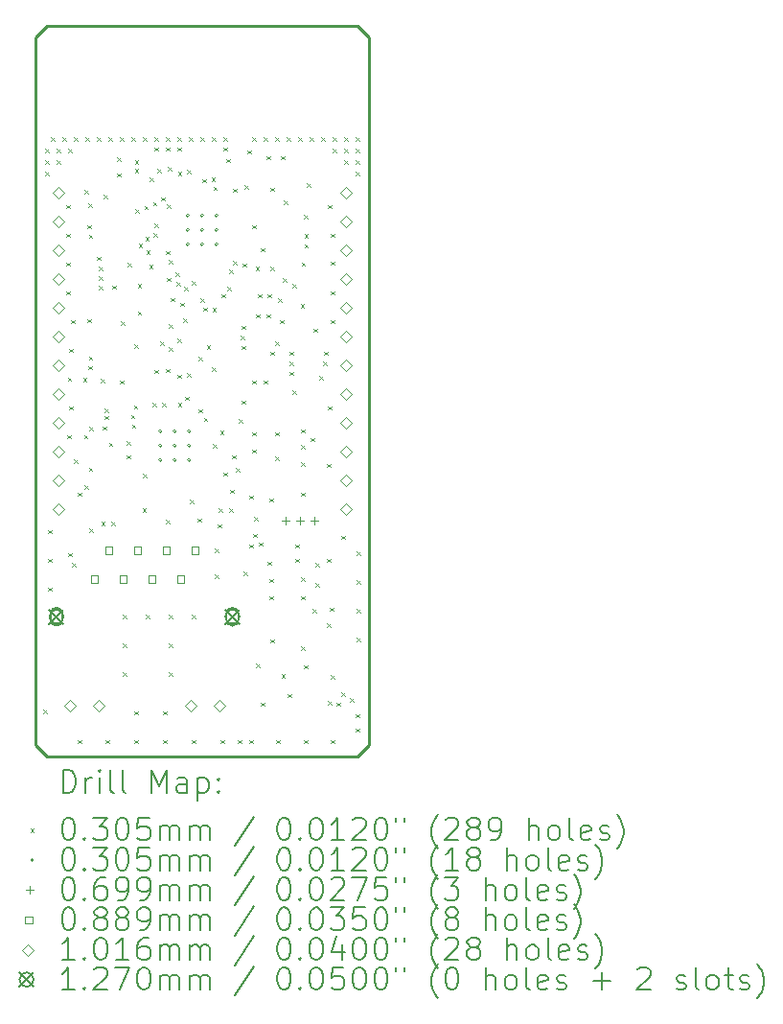
<source format=gbr>
%FSLAX45Y45*%
G04 Gerber Fmt 4.5, Leading zero omitted, Abs format (unit mm)*
G04 Created by KiCad (PCBNEW 6.0.5-a6ca702e91~116~ubuntu20.04.1) date 2024-03-03 00:05:45*
%MOMM*%
%LPD*%
G01*
G04 APERTURE LIST*
%TA.AperFunction,Profile*%
%ADD10C,0.254000*%
%TD*%
%ADD11C,0.200000*%
%ADD12C,0.030480*%
%ADD13C,0.069850*%
%ADD14C,0.088900*%
%ADD15C,0.101600*%
%ADD16C,0.127000*%
G04 APERTURE END LIST*
D10*
X2946400Y6350000D02*
X2844800Y6451600D01*
X0Y6350000D02*
X0Y101600D01*
X101600Y6451600D02*
X0Y6350000D01*
X101600Y0D02*
X0Y101600D01*
X2946400Y101600D02*
X2946400Y6350000D01*
X101600Y0D02*
X2844800Y0D01*
X2844800Y6451600D02*
X101600Y6451600D01*
X2844800Y0D02*
X2946400Y101600D01*
D11*
D12*
X73660Y408940D02*
X104140Y378460D01*
X104140Y408940D02*
X73660Y378460D01*
X86360Y5361940D02*
X116840Y5331460D01*
X116840Y5361940D02*
X86360Y5331460D01*
X86360Y5260340D02*
X116840Y5229860D01*
X116840Y5260340D02*
X86360Y5229860D01*
X86360Y5158740D02*
X116840Y5128260D01*
X116840Y5158740D02*
X86360Y5128260D01*
X111760Y1996440D02*
X142240Y1965960D01*
X142240Y1996440D02*
X111760Y1965960D01*
X111760Y1742440D02*
X142240Y1711960D01*
X142240Y1742440D02*
X111760Y1711960D01*
X111760Y1488440D02*
X142240Y1457960D01*
X142240Y1488440D02*
X111760Y1457960D01*
X137160Y5463540D02*
X167640Y5433060D01*
X167640Y5463540D02*
X137160Y5433060D01*
X187960Y5361940D02*
X218440Y5331460D01*
X218440Y5361940D02*
X187960Y5331460D01*
X187960Y5260340D02*
X218440Y5229860D01*
X218440Y5260340D02*
X187960Y5229860D01*
X238760Y5463540D02*
X269240Y5433060D01*
X269240Y5463540D02*
X238760Y5433060D01*
X276860Y4866640D02*
X307340Y4836160D01*
X307340Y4866640D02*
X276860Y4836160D01*
X276860Y4612640D02*
X307340Y4582160D01*
X307340Y4612640D02*
X276860Y4582160D01*
X276860Y4358640D02*
X307340Y4328160D01*
X307340Y4358640D02*
X276860Y4328160D01*
X276860Y4104640D02*
X307340Y4074160D01*
X307340Y4104640D02*
X276860Y4074160D01*
X284480Y2834640D02*
X314960Y2804160D01*
X314960Y2834640D02*
X284480Y2804160D01*
X287020Y3342640D02*
X317500Y3312160D01*
X317500Y3342640D02*
X287020Y3312160D01*
X289560Y5361940D02*
X320040Y5331460D01*
X320040Y5361940D02*
X289560Y5331460D01*
X289560Y1793240D02*
X320040Y1762760D01*
X320040Y1793240D02*
X289560Y1762760D01*
X302260Y3596640D02*
X332740Y3566160D01*
X332740Y3596640D02*
X302260Y3566160D01*
X302260Y3088640D02*
X332740Y3058160D01*
X332740Y3088640D02*
X302260Y3058160D01*
X314960Y3850640D02*
X345440Y3820160D01*
X345440Y3850640D02*
X314960Y3820160D01*
X327660Y1704340D02*
X358140Y1673860D01*
X358140Y1704340D02*
X327660Y1673860D01*
X340360Y5463540D02*
X370840Y5433060D01*
X370840Y5463540D02*
X340360Y5433060D01*
X340360Y2618740D02*
X370840Y2588260D01*
X370840Y2618740D02*
X340360Y2588260D01*
X375920Y2326640D02*
X406400Y2296160D01*
X406400Y2326640D02*
X375920Y2296160D01*
X378460Y142240D02*
X408940Y111760D01*
X408940Y142240D02*
X378460Y111760D01*
X424180Y3337560D02*
X454660Y3307080D01*
X454660Y3337560D02*
X424180Y3307080D01*
X431800Y2834640D02*
X462280Y2804160D01*
X462280Y2834640D02*
X431800Y2804160D01*
X435610Y4999990D02*
X466090Y4969510D01*
X466090Y4999990D02*
X435610Y4969510D01*
X436880Y2390140D02*
X467360Y2359660D01*
X467360Y2390140D02*
X436880Y2359660D01*
X441960Y5463540D02*
X472440Y5433060D01*
X472440Y5463540D02*
X441960Y5433060D01*
X459740Y4691380D02*
X490220Y4660900D01*
X490220Y4691380D02*
X459740Y4660900D01*
X459740Y3860800D02*
X490220Y3830320D01*
X490220Y3860800D02*
X459740Y3830320D01*
X467360Y4879340D02*
X497840Y4848860D01*
X497840Y4879340D02*
X467360Y4848860D01*
X467360Y3444240D02*
X497840Y3413760D01*
X497840Y3444240D02*
X467360Y3413760D01*
X473710Y2548890D02*
X504190Y2518410D01*
X504190Y2548890D02*
X473710Y2518410D01*
X474980Y4605020D02*
X505460Y4574540D01*
X505460Y4605020D02*
X474980Y4574540D01*
X474980Y3530600D02*
X505460Y3500120D01*
X505460Y3530600D02*
X474980Y3500120D01*
X480060Y2908300D02*
X510540Y2877820D01*
X510540Y2908300D02*
X480060Y2877820D01*
X480060Y2009140D02*
X510540Y1978660D01*
X510540Y2009140D02*
X480060Y1978660D01*
X543560Y5463540D02*
X574040Y5433060D01*
X574040Y5463540D02*
X543560Y5433060D01*
X543560Y4409440D02*
X574040Y4378960D01*
X574040Y4409440D02*
X543560Y4378960D01*
X563880Y4323080D02*
X594360Y4292600D01*
X594360Y4323080D02*
X563880Y4292600D01*
X563880Y4236720D02*
X594360Y4206240D01*
X594360Y4236720D02*
X563880Y4206240D01*
X563880Y4150360D02*
X594360Y4119880D01*
X594360Y4150360D02*
X563880Y4119880D01*
X581660Y3329940D02*
X612140Y3299460D01*
X612140Y3329940D02*
X581660Y3299460D01*
X584200Y2070100D02*
X614680Y2039620D01*
X614680Y2070100D02*
X584200Y2039620D01*
X594360Y2910840D02*
X624840Y2880360D01*
X624840Y2910840D02*
X594360Y2880360D01*
X607060Y4955540D02*
X637540Y4925060D01*
X637540Y4955540D02*
X607060Y4925060D01*
X614680Y3068320D02*
X645160Y3037840D01*
X645160Y3068320D02*
X614680Y3037840D01*
X614680Y3004820D02*
X645160Y2974340D01*
X645160Y3004820D02*
X614680Y2974340D01*
X619760Y142240D02*
X650240Y111760D01*
X650240Y142240D02*
X619760Y111760D01*
X645160Y5463540D02*
X675640Y5433060D01*
X675640Y5463540D02*
X645160Y5433060D01*
X652780Y2768600D02*
X683260Y2738120D01*
X683260Y2768600D02*
X652780Y2738120D01*
X673100Y2070100D02*
X703580Y2039620D01*
X703580Y2070100D02*
X673100Y2039620D01*
X683260Y4155440D02*
X713740Y4124960D01*
X713740Y4155440D02*
X683260Y4124960D01*
X721360Y5285740D02*
X751840Y5255260D01*
X751840Y5285740D02*
X721360Y5255260D01*
X721360Y5146040D02*
X751840Y5115560D01*
X751840Y5146040D02*
X721360Y5115560D01*
X746760Y5463540D02*
X777240Y5433060D01*
X777240Y5463540D02*
X746760Y5433060D01*
X746760Y3317240D02*
X777240Y3286760D01*
X777240Y3317240D02*
X746760Y3286760D01*
X759460Y3837940D02*
X789940Y3807460D01*
X789940Y3837940D02*
X759460Y3807460D01*
X772160Y1247140D02*
X802640Y1216660D01*
X802640Y1247140D02*
X772160Y1216660D01*
X772160Y993140D02*
X802640Y962660D01*
X802640Y993140D02*
X772160Y962660D01*
X772160Y739140D02*
X802640Y708660D01*
X802640Y739140D02*
X772160Y708660D01*
X810260Y2781300D02*
X840740Y2750820D01*
X840740Y2781300D02*
X810260Y2750820D01*
X810260Y2656840D02*
X840740Y2626360D01*
X840740Y2656840D02*
X810260Y2626360D01*
X815340Y4356100D02*
X845820Y4325620D01*
X845820Y4356100D02*
X815340Y4325620D01*
X845820Y3014980D02*
X876300Y2984500D01*
X876300Y3014980D02*
X845820Y2984500D01*
X848360Y5463540D02*
X878840Y5433060D01*
X878840Y5463540D02*
X848360Y5433060D01*
X855980Y2928620D02*
X886460Y2898140D01*
X886460Y2928620D02*
X855980Y2898140D01*
X871220Y3098800D02*
X901700Y3068320D01*
X901700Y3098800D02*
X871220Y3068320D01*
X873760Y3634740D02*
X904240Y3604260D01*
X904240Y3634740D02*
X873760Y3604260D01*
X873760Y396240D02*
X904240Y365760D01*
X904240Y396240D02*
X873760Y365760D01*
X873760Y142240D02*
X904240Y111760D01*
X904240Y142240D02*
X873760Y111760D01*
X878840Y5260340D02*
X909320Y5229860D01*
X909320Y5260340D02*
X878840Y5229860D01*
X878840Y5184140D02*
X909320Y5153660D01*
X909320Y5184140D02*
X878840Y5153660D01*
X886460Y4828540D02*
X916940Y4798060D01*
X916940Y4828540D02*
X886460Y4798060D01*
X904240Y4168140D02*
X934720Y4137660D01*
X934720Y4168140D02*
X904240Y4137660D01*
X904240Y3926840D02*
X934720Y3896360D01*
X934720Y3926840D02*
X904240Y3896360D01*
X914400Y4526280D02*
X944880Y4495800D01*
X944880Y4526280D02*
X914400Y4495800D01*
X947420Y2186940D02*
X977900Y2156460D01*
X977900Y2186940D02*
X947420Y2156460D01*
X949960Y5463540D02*
X980440Y5433060D01*
X980440Y5463540D02*
X949960Y5433060D01*
X949960Y2491740D02*
X980440Y2461260D01*
X980440Y2491740D02*
X949960Y2461260D01*
X965200Y4859020D02*
X995680Y4828540D01*
X995680Y4859020D02*
X965200Y4828540D01*
X972820Y4584700D02*
X1003300Y4554220D01*
X1003300Y4584700D02*
X972820Y4554220D01*
X975360Y1247140D02*
X1005840Y1216660D01*
X1005840Y1247140D02*
X975360Y1216660D01*
X982980Y4465320D02*
X1013460Y4434840D01*
X1013460Y4465320D02*
X982980Y4434840D01*
X1005840Y4338320D02*
X1036320Y4307840D01*
X1036320Y4338320D02*
X1005840Y4307840D01*
X1013460Y5107940D02*
X1043940Y5077460D01*
X1043940Y5107940D02*
X1013460Y5077460D01*
X1036320Y3121660D02*
X1066800Y3091180D01*
X1066800Y3121660D02*
X1036320Y3091180D01*
X1041400Y4892040D02*
X1071880Y4861560D01*
X1071880Y4892040D02*
X1041400Y4861560D01*
X1046480Y4620260D02*
X1076960Y4589780D01*
X1076960Y4620260D02*
X1046480Y4589780D01*
X1051560Y5463540D02*
X1082040Y5433060D01*
X1082040Y5463540D02*
X1051560Y5433060D01*
X1051560Y5374640D02*
X1082040Y5344160D01*
X1082040Y5374640D02*
X1051560Y5344160D01*
X1051560Y4701540D02*
X1082040Y4671060D01*
X1082040Y4701540D02*
X1051560Y4671060D01*
X1051560Y3411220D02*
X1082040Y3380740D01*
X1082040Y3411220D02*
X1051560Y3380740D01*
X1076960Y5184140D02*
X1107440Y5153660D01*
X1107440Y5184140D02*
X1076960Y5153660D01*
X1102360Y3660140D02*
X1132840Y3629660D01*
X1132840Y3660140D02*
X1102360Y3629660D01*
X1112520Y4935220D02*
X1143000Y4904740D01*
X1143000Y4935220D02*
X1112520Y4904740D01*
X1122680Y3121660D02*
X1153160Y3091180D01*
X1153160Y3121660D02*
X1122680Y3091180D01*
X1127760Y396240D02*
X1158240Y365760D01*
X1158240Y396240D02*
X1127760Y365760D01*
X1127760Y142240D02*
X1158240Y111760D01*
X1158240Y142240D02*
X1127760Y111760D01*
X1153160Y5463540D02*
X1183640Y5433060D01*
X1183640Y5463540D02*
X1153160Y5433060D01*
X1153160Y5374640D02*
X1183640Y5344160D01*
X1183640Y5374640D02*
X1153160Y5344160D01*
X1153160Y3418840D02*
X1183640Y3388360D01*
X1183640Y3418840D02*
X1153160Y3388360D01*
X1153160Y2085340D02*
X1183640Y2054860D01*
X1183640Y2085340D02*
X1153160Y2054860D01*
X1155700Y4460240D02*
X1186180Y4429760D01*
X1186180Y4460240D02*
X1155700Y4429760D01*
X1165860Y4871720D02*
X1196340Y4841240D01*
X1196340Y4871720D02*
X1165860Y4841240D01*
X1165860Y4224020D02*
X1196340Y4193540D01*
X1196340Y4224020D02*
X1165860Y4193540D01*
X1173480Y5201920D02*
X1203960Y5171440D01*
X1203960Y5201920D02*
X1173480Y5171440D01*
X1178560Y3812540D02*
X1209040Y3782060D01*
X1209040Y3812540D02*
X1178560Y3782060D01*
X1178560Y3609340D02*
X1209040Y3578860D01*
X1209040Y3609340D02*
X1178560Y3578860D01*
X1178560Y1247140D02*
X1209040Y1216660D01*
X1209040Y1247140D02*
X1178560Y1216660D01*
X1178560Y993140D02*
X1209040Y962660D01*
X1209040Y993140D02*
X1178560Y962660D01*
X1178560Y739140D02*
X1209040Y708660D01*
X1209040Y739140D02*
X1178560Y708660D01*
X1181100Y4381500D02*
X1211580Y4351020D01*
X1211580Y4381500D02*
X1181100Y4351020D01*
X1196340Y4046220D02*
X1226820Y4015740D01*
X1226820Y4046220D02*
X1196340Y4015740D01*
X1239520Y4269740D02*
X1270000Y4239260D01*
X1270000Y4269740D02*
X1239520Y4239260D01*
X1247140Y4185920D02*
X1277620Y4155440D01*
X1277620Y4185920D02*
X1247140Y4155440D01*
X1254760Y5463540D02*
X1285240Y5433060D01*
X1285240Y5463540D02*
X1254760Y5433060D01*
X1254760Y5374640D02*
X1285240Y5344160D01*
X1285240Y5374640D02*
X1254760Y5344160D01*
X1254760Y3685540D02*
X1285240Y3655060D01*
X1285240Y3685540D02*
X1254760Y3655060D01*
X1254760Y3368040D02*
X1285240Y3337560D01*
X1285240Y3368040D02*
X1254760Y3337560D01*
X1259840Y5158740D02*
X1290320Y5128260D01*
X1290320Y5158740D02*
X1259840Y5128260D01*
X1259840Y3119120D02*
X1290320Y3088640D01*
X1290320Y3119120D02*
X1259840Y3088640D01*
X1280160Y4003040D02*
X1310640Y3972560D01*
X1310640Y4003040D02*
X1280160Y3972560D01*
X1305560Y3863340D02*
X1336040Y3832860D01*
X1336040Y3863340D02*
X1305560Y3832860D01*
X1318260Y4142740D02*
X1348740Y4112260D01*
X1348740Y4142740D02*
X1318260Y4112260D01*
X1325880Y3175000D02*
X1356360Y3144520D01*
X1356360Y3175000D02*
X1325880Y3144520D01*
X1343660Y5179060D02*
X1374140Y5148580D01*
X1374140Y5179060D02*
X1343660Y5148580D01*
X1343660Y3380740D02*
X1374140Y3350260D01*
X1374140Y3380740D02*
X1343660Y3350260D01*
X1356360Y5463540D02*
X1386840Y5433060D01*
X1386840Y5463540D02*
X1356360Y5433060D01*
X1369060Y2263140D02*
X1399540Y2232660D01*
X1399540Y2263140D02*
X1369060Y2232660D01*
X1381760Y4193540D02*
X1412240Y4163060D01*
X1412240Y4193540D02*
X1381760Y4163060D01*
X1381760Y1247140D02*
X1412240Y1216660D01*
X1412240Y1247140D02*
X1381760Y1216660D01*
X1381760Y142240D02*
X1412240Y111760D01*
X1412240Y142240D02*
X1381760Y111760D01*
X1432560Y2098040D02*
X1463040Y2067560D01*
X1463040Y2098040D02*
X1432560Y2067560D01*
X1442720Y3063240D02*
X1473200Y3032760D01*
X1473200Y3063240D02*
X1442720Y3032760D01*
X1445260Y3525520D02*
X1475740Y3495040D01*
X1475740Y3525520D02*
X1445260Y3495040D01*
X1457960Y5463540D02*
X1488440Y5433060D01*
X1488440Y5463540D02*
X1457960Y5433060D01*
X1457960Y4041140D02*
X1488440Y4010660D01*
X1488440Y4041140D02*
X1457960Y4010660D01*
X1475740Y5095240D02*
X1506220Y5064760D01*
X1506220Y5095240D02*
X1475740Y5064760D01*
X1483360Y3962400D02*
X1513840Y3931920D01*
X1513840Y3962400D02*
X1483360Y3931920D01*
X1488440Y2989580D02*
X1518920Y2959100D01*
X1518920Y2989580D02*
X1488440Y2959100D01*
X1513840Y3629660D02*
X1544320Y3599180D01*
X1544320Y3629660D02*
X1513840Y3599180D01*
X1557020Y5107940D02*
X1587500Y5077460D01*
X1587500Y5107940D02*
X1557020Y5077460D01*
X1559560Y5463540D02*
X1590040Y5433060D01*
X1590040Y5463540D02*
X1559560Y5433060D01*
X1559560Y3431540D02*
X1590040Y3401060D01*
X1590040Y3431540D02*
X1559560Y3401060D01*
X1567180Y3959860D02*
X1597660Y3929380D01*
X1597660Y3959860D02*
X1567180Y3929380D01*
X1572260Y2755900D02*
X1602740Y2725420D01*
X1602740Y2755900D02*
X1572260Y2725420D01*
X1574800Y5029200D02*
X1605280Y4998720D01*
X1605280Y5029200D02*
X1574800Y4998720D01*
X1584960Y1831340D02*
X1615440Y1800860D01*
X1615440Y1831340D02*
X1584960Y1800860D01*
X1584960Y1602740D02*
X1615440Y1572260D01*
X1615440Y1602740D02*
X1584960Y1572260D01*
X1610360Y2049780D02*
X1640840Y2019300D01*
X1640840Y2049780D02*
X1610360Y2019300D01*
X1623060Y2186940D02*
X1653540Y2156460D01*
X1653540Y2186940D02*
X1623060Y2156460D01*
X1633220Y2875280D02*
X1663700Y2844800D01*
X1663700Y2875280D02*
X1633220Y2844800D01*
X1635760Y142240D02*
X1666240Y111760D01*
X1666240Y142240D02*
X1635760Y111760D01*
X1648460Y4079240D02*
X1678940Y4048760D01*
X1678940Y4079240D02*
X1648460Y4048760D01*
X1661160Y5463540D02*
X1691640Y5433060D01*
X1691640Y5463540D02*
X1661160Y5433060D01*
X1661160Y5374640D02*
X1691640Y5344160D01*
X1691640Y5374640D02*
X1661160Y5344160D01*
X1661160Y2504440D02*
X1691640Y2473960D01*
X1691640Y2504440D02*
X1661160Y2473960D01*
X1686560Y5273040D02*
X1717040Y5242560D01*
X1717040Y5273040D02*
X1686560Y5242560D01*
X1699260Y4142740D02*
X1729740Y4112260D01*
X1729740Y4142740D02*
X1699260Y4112260D01*
X1711960Y4295140D02*
X1742440Y4264660D01*
X1742440Y4295140D02*
X1711960Y4264660D01*
X1711960Y2186940D02*
X1742440Y2156460D01*
X1742440Y2186940D02*
X1711960Y2156460D01*
X1724660Y2352040D02*
X1755140Y2321560D01*
X1755140Y2352040D02*
X1724660Y2321560D01*
X1737360Y2656840D02*
X1767840Y2626360D01*
X1767840Y2656840D02*
X1737360Y2626360D01*
X1750060Y5011420D02*
X1780540Y4980940D01*
X1780540Y5011420D02*
X1750060Y4980940D01*
X1750060Y4371340D02*
X1780540Y4340860D01*
X1780540Y4371340D02*
X1750060Y4340860D01*
X1775460Y2542540D02*
X1805940Y2512060D01*
X1805940Y2542540D02*
X1775460Y2512060D01*
X1788160Y142240D02*
X1818640Y111760D01*
X1818640Y142240D02*
X1788160Y111760D01*
X1800860Y2974340D02*
X1831340Y2943860D01*
X1831340Y2974340D02*
X1800860Y2943860D01*
X1813560Y3710940D02*
X1844040Y3680460D01*
X1844040Y3710940D02*
X1813560Y3680460D01*
X1826260Y3799840D02*
X1856740Y3769360D01*
X1856740Y3799840D02*
X1826260Y3769360D01*
X1826260Y3622040D02*
X1856740Y3591560D01*
X1856740Y3622040D02*
X1826260Y3591560D01*
X1826260Y3139440D02*
X1856740Y3108960D01*
X1856740Y3139440D02*
X1826260Y3108960D01*
X1833880Y4351020D02*
X1864360Y4320540D01*
X1864360Y4351020D02*
X1833880Y4320540D01*
X1838960Y1628140D02*
X1869440Y1597660D01*
X1869440Y1628140D02*
X1838960Y1597660D01*
X1849120Y5039360D02*
X1879600Y5008880D01*
X1879600Y5039360D02*
X1849120Y5008880D01*
X1877060Y5349240D02*
X1907540Y5318760D01*
X1907540Y5349240D02*
X1877060Y5318760D01*
X1889760Y2301240D02*
X1920240Y2270760D01*
X1920240Y2301240D02*
X1889760Y2270760D01*
X1889760Y1869440D02*
X1920240Y1838960D01*
X1920240Y1869440D02*
X1889760Y1838960D01*
X1889760Y142240D02*
X1920240Y111760D01*
X1920240Y142240D02*
X1889760Y111760D01*
X1915160Y5463540D02*
X1945640Y5433060D01*
X1945640Y5463540D02*
X1915160Y5433060D01*
X1915160Y4688840D02*
X1945640Y4658360D01*
X1945640Y4688840D02*
X1915160Y4658360D01*
X1915160Y3317240D02*
X1945640Y3286760D01*
X1945640Y3317240D02*
X1915160Y3286760D01*
X1915160Y2860040D02*
X1945640Y2829560D01*
X1945640Y2860040D02*
X1915160Y2829560D01*
X1915160Y2707640D02*
X1945640Y2677160D01*
X1945640Y2707640D02*
X1915160Y2677160D01*
X1925320Y1963420D02*
X1955800Y1932940D01*
X1955800Y1963420D02*
X1925320Y1932940D01*
X1932940Y2113280D02*
X1963420Y2082800D01*
X1963420Y2113280D02*
X1932940Y2082800D01*
X1945640Y4323080D02*
X1976120Y4292600D01*
X1976120Y4323080D02*
X1945640Y4292600D01*
X1953260Y3901440D02*
X1983740Y3870960D01*
X1983740Y3901440D02*
X1953260Y3870960D01*
X1953260Y815340D02*
X1983740Y784860D01*
X1983740Y815340D02*
X1953260Y784860D01*
X1965960Y4079240D02*
X1996440Y4048760D01*
X1996440Y4079240D02*
X1965960Y4048760D01*
X1976120Y1887220D02*
X2006600Y1856740D01*
X2006600Y1887220D02*
X1976120Y1856740D01*
X1991360Y4485640D02*
X2021840Y4455160D01*
X2021840Y4485640D02*
X1991360Y4455160D01*
X1991360Y472440D02*
X2021840Y441960D01*
X2021840Y472440D02*
X1991360Y441960D01*
X2016760Y5463540D02*
X2047240Y5433060D01*
X2047240Y5463540D02*
X2016760Y5433060D01*
X2016760Y3317240D02*
X2047240Y3286760D01*
X2047240Y3317240D02*
X2016760Y3286760D01*
X2042160Y5298440D02*
X2072640Y5267960D01*
X2072640Y5298440D02*
X2042160Y5267960D01*
X2042160Y3901440D02*
X2072640Y3870960D01*
X2072640Y3901440D02*
X2042160Y3870960D01*
X2054860Y4079240D02*
X2085340Y4048760D01*
X2085340Y4079240D02*
X2054860Y4048760D01*
X2054860Y1717040D02*
X2085340Y1686560D01*
X2085340Y1717040D02*
X2054860Y1686560D01*
X2067560Y2275840D02*
X2098040Y2245360D01*
X2098040Y2275840D02*
X2067560Y2245360D01*
X2067560Y1564640D02*
X2098040Y1534160D01*
X2098040Y1564640D02*
X2067560Y1534160D01*
X2067560Y1412240D02*
X2098040Y1381760D01*
X2098040Y1412240D02*
X2067560Y1381760D01*
X2080260Y5019040D02*
X2110740Y4988560D01*
X2110740Y5019040D02*
X2080260Y4988560D01*
X2080260Y4320540D02*
X2110740Y4290060D01*
X2110740Y4320540D02*
X2080260Y4290060D01*
X2080260Y3571240D02*
X2110740Y3540760D01*
X2110740Y3571240D02*
X2080260Y3540760D01*
X2080260Y1031240D02*
X2110740Y1000760D01*
X2110740Y1031240D02*
X2080260Y1000760D01*
X2118360Y5463540D02*
X2148840Y5433060D01*
X2148840Y5463540D02*
X2118360Y5433060D01*
X2118360Y3660140D02*
X2148840Y3629660D01*
X2148840Y3660140D02*
X2118360Y3629660D01*
X2118360Y2860040D02*
X2148840Y2829560D01*
X2148840Y2860040D02*
X2118360Y2829560D01*
X2118360Y2644140D02*
X2148840Y2613660D01*
X2148840Y2644140D02*
X2118360Y2613660D01*
X2131060Y142240D02*
X2161540Y111760D01*
X2161540Y142240D02*
X2131060Y111760D01*
X2143760Y4041140D02*
X2174240Y4010660D01*
X2174240Y4041140D02*
X2143760Y4010660D01*
X2164080Y3850640D02*
X2194560Y3820160D01*
X2194560Y3850640D02*
X2164080Y3820160D01*
X2169160Y5298440D02*
X2199640Y5267960D01*
X2199640Y5298440D02*
X2169160Y5267960D01*
X2174240Y723900D02*
X2204720Y693420D01*
X2204720Y723900D02*
X2174240Y693420D01*
X2189480Y4218940D02*
X2219960Y4188460D01*
X2219960Y4218940D02*
X2189480Y4188460D01*
X2194560Y4904740D02*
X2225040Y4874260D01*
X2225040Y4904740D02*
X2194560Y4874260D01*
X2219960Y5463540D02*
X2250440Y5433060D01*
X2250440Y5463540D02*
X2219960Y5433060D01*
X2232660Y548640D02*
X2263140Y518160D01*
X2263140Y548640D02*
X2232660Y518160D01*
X2245360Y3571240D02*
X2275840Y3540760D01*
X2275840Y3571240D02*
X2245360Y3540760D01*
X2245360Y3482340D02*
X2275840Y3451860D01*
X2275840Y3482340D02*
X2245360Y3451860D01*
X2245360Y3393440D02*
X2275840Y3362960D01*
X2275840Y3393440D02*
X2245360Y3362960D01*
X2270760Y4168140D02*
X2301240Y4137660D01*
X2301240Y4168140D02*
X2270760Y4137660D01*
X2270760Y3228340D02*
X2301240Y3197860D01*
X2301240Y3228340D02*
X2270760Y3197860D01*
X2296160Y1869440D02*
X2326640Y1838960D01*
X2326640Y1869440D02*
X2296160Y1838960D01*
X2296160Y1742440D02*
X2326640Y1711960D01*
X2326640Y1742440D02*
X2296160Y1711960D01*
X2321560Y5463540D02*
X2352040Y5433060D01*
X2352040Y5463540D02*
X2321560Y5433060D01*
X2344420Y3990340D02*
X2374900Y3959860D01*
X2374900Y3990340D02*
X2344420Y3959860D01*
X2346960Y2885440D02*
X2377440Y2854960D01*
X2377440Y2885440D02*
X2346960Y2854960D01*
X2346960Y2745740D02*
X2377440Y2715260D01*
X2377440Y2745740D02*
X2346960Y2715260D01*
X2346960Y2593340D02*
X2377440Y2562860D01*
X2377440Y2593340D02*
X2346960Y2562860D01*
X2346960Y2326640D02*
X2377440Y2296160D01*
X2377440Y2326640D02*
X2346960Y2296160D01*
X2346960Y1577340D02*
X2377440Y1546860D01*
X2377440Y1577340D02*
X2346960Y1546860D01*
X2346960Y1412240D02*
X2377440Y1381760D01*
X2377440Y1412240D02*
X2346960Y1381760D01*
X2346960Y967740D02*
X2377440Y937260D01*
X2377440Y967740D02*
X2346960Y937260D01*
X2354580Y4361180D02*
X2385060Y4330700D01*
X2385060Y4361180D02*
X2354580Y4330700D01*
X2372360Y4777740D02*
X2402840Y4747260D01*
X2402840Y4777740D02*
X2372360Y4747260D01*
X2372360Y802640D02*
X2402840Y772160D01*
X2402840Y802640D02*
X2372360Y772160D01*
X2372360Y142240D02*
X2402840Y111760D01*
X2402840Y142240D02*
X2372360Y111760D01*
X2377440Y4610100D02*
X2407920Y4579620D01*
X2407920Y4610100D02*
X2377440Y4579620D01*
X2377440Y4521200D02*
X2407920Y4490720D01*
X2407920Y4521200D02*
X2377440Y4490720D01*
X2397760Y5057140D02*
X2428240Y5026660D01*
X2428240Y5057140D02*
X2397760Y5026660D01*
X2423160Y5463540D02*
X2453640Y5433060D01*
X2453640Y5463540D02*
X2423160Y5433060D01*
X2435860Y2809240D02*
X2466340Y2778760D01*
X2466340Y2809240D02*
X2435860Y2778760D01*
X2448560Y1297940D02*
X2479040Y1267460D01*
X2479040Y1297940D02*
X2448560Y1267460D01*
X2461260Y3774440D02*
X2491740Y3743960D01*
X2491740Y3774440D02*
X2461260Y3743960D01*
X2473960Y1704340D02*
X2504440Y1673860D01*
X2504440Y1704340D02*
X2473960Y1673860D01*
X2473960Y1526540D02*
X2504440Y1496060D01*
X2504440Y1526540D02*
X2473960Y1496060D01*
X2512060Y3355340D02*
X2542540Y3324860D01*
X2542540Y3355340D02*
X2512060Y3324860D01*
X2524760Y5463540D02*
X2555240Y5433060D01*
X2555240Y5463540D02*
X2524760Y5433060D01*
X2542540Y3482340D02*
X2573020Y3451860D01*
X2573020Y3482340D02*
X2542540Y3451860D01*
X2550160Y3571240D02*
X2580640Y3540760D01*
X2580640Y3571240D02*
X2550160Y3540760D01*
X2575560Y2580640D02*
X2606040Y2550160D01*
X2606040Y2580640D02*
X2575560Y2550160D01*
X2575560Y1742440D02*
X2606040Y1711960D01*
X2606040Y1742440D02*
X2575560Y1711960D01*
X2575560Y1170940D02*
X2606040Y1140460D01*
X2606040Y1170940D02*
X2575560Y1140460D01*
X2588260Y4866640D02*
X2618740Y4836160D01*
X2618740Y4866640D02*
X2588260Y4836160D01*
X2588260Y3088640D02*
X2618740Y3058160D01*
X2618740Y3088640D02*
X2588260Y3058160D01*
X2588260Y485140D02*
X2618740Y454660D01*
X2618740Y485140D02*
X2588260Y454660D01*
X2600960Y1310640D02*
X2631440Y1280160D01*
X2631440Y1310640D02*
X2600960Y1280160D01*
X2613660Y4612640D02*
X2644140Y4582160D01*
X2644140Y4612640D02*
X2613660Y4582160D01*
X2613660Y4368800D02*
X2644140Y4338320D01*
X2644140Y4368800D02*
X2613660Y4338320D01*
X2613660Y4104640D02*
X2644140Y4074160D01*
X2644140Y4104640D02*
X2613660Y4074160D01*
X2613660Y3850640D02*
X2644140Y3820160D01*
X2644140Y3850640D02*
X2613660Y3820160D01*
X2613660Y713740D02*
X2644140Y683260D01*
X2644140Y713740D02*
X2613660Y683260D01*
X2613660Y142240D02*
X2644140Y111760D01*
X2644140Y142240D02*
X2613660Y111760D01*
X2626360Y5463540D02*
X2656840Y5433060D01*
X2656840Y5463540D02*
X2626360Y5433060D01*
X2626360Y5361940D02*
X2656840Y5331460D01*
X2656840Y5361940D02*
X2626360Y5331460D01*
X2664460Y472440D02*
X2694940Y441960D01*
X2694940Y472440D02*
X2664460Y441960D01*
X2702560Y1945640D02*
X2733040Y1915160D01*
X2733040Y1945640D02*
X2702560Y1915160D01*
X2702560Y561340D02*
X2733040Y530860D01*
X2733040Y561340D02*
X2702560Y530860D01*
X2727960Y5463540D02*
X2758440Y5433060D01*
X2758440Y5463540D02*
X2727960Y5433060D01*
X2727960Y5361940D02*
X2758440Y5331460D01*
X2758440Y5361940D02*
X2727960Y5331460D01*
X2727960Y5260340D02*
X2758440Y5229860D01*
X2758440Y5260340D02*
X2727960Y5229860D01*
X2778760Y510540D02*
X2809240Y480060D01*
X2809240Y510540D02*
X2778760Y480060D01*
X2829560Y5463540D02*
X2860040Y5433060D01*
X2860040Y5463540D02*
X2829560Y5433060D01*
X2829560Y5361940D02*
X2860040Y5331460D01*
X2860040Y5361940D02*
X2829560Y5331460D01*
X2829560Y5260340D02*
X2860040Y5229860D01*
X2860040Y5260340D02*
X2829560Y5229860D01*
X2829560Y5158740D02*
X2860040Y5128260D01*
X2860040Y5158740D02*
X2829560Y5128260D01*
X2829560Y370840D02*
X2860040Y340360D01*
X2860040Y370840D02*
X2829560Y340360D01*
X2829560Y243840D02*
X2860040Y213360D01*
X2860040Y243840D02*
X2829560Y213360D01*
X2842260Y1805940D02*
X2872740Y1775460D01*
X2872740Y1805940D02*
X2842260Y1775460D01*
X2842260Y1551940D02*
X2872740Y1521460D01*
X2872740Y1551940D02*
X2842260Y1521460D01*
X2842260Y1297940D02*
X2872740Y1267460D01*
X2872740Y1297940D02*
X2842260Y1267460D01*
X2842260Y1043940D02*
X2872740Y1013460D01*
X2872740Y1043940D02*
X2842260Y1013460D01*
X1120140Y2870200D02*
G75*
G03*
X1120140Y2870200I-15240J0D01*
G01*
X1120140Y2743200D02*
G75*
G03*
X1120140Y2743200I-15240J0D01*
G01*
X1120140Y2616200D02*
G75*
G03*
X1120140Y2616200I-15240J0D01*
G01*
X1247140Y2870200D02*
G75*
G03*
X1247140Y2870200I-15240J0D01*
G01*
X1247140Y2743200D02*
G75*
G03*
X1247140Y2743200I-15240J0D01*
G01*
X1247140Y2616200D02*
G75*
G03*
X1247140Y2616200I-15240J0D01*
G01*
X1361440Y4775200D02*
G75*
G03*
X1361440Y4775200I-15240J0D01*
G01*
X1361440Y4648200D02*
G75*
G03*
X1361440Y4648200I-15240J0D01*
G01*
X1361440Y4521200D02*
G75*
G03*
X1361440Y4521200I-15240J0D01*
G01*
X1374140Y2870200D02*
G75*
G03*
X1374140Y2870200I-15240J0D01*
G01*
X1374140Y2743200D02*
G75*
G03*
X1374140Y2743200I-15240J0D01*
G01*
X1374140Y2616200D02*
G75*
G03*
X1374140Y2616200I-15240J0D01*
G01*
X1488440Y4775200D02*
G75*
G03*
X1488440Y4775200I-15240J0D01*
G01*
X1488440Y4648200D02*
G75*
G03*
X1488440Y4648200I-15240J0D01*
G01*
X1488440Y4521200D02*
G75*
G03*
X1488440Y4521200I-15240J0D01*
G01*
X1615440Y4775200D02*
G75*
G03*
X1615440Y4775200I-15240J0D01*
G01*
X1615440Y4648200D02*
G75*
G03*
X1615440Y4648200I-15240J0D01*
G01*
X1615440Y4521200D02*
G75*
G03*
X1615440Y4521200I-15240J0D01*
G01*
D13*
X2209800Y2117725D02*
X2209800Y2047875D01*
X2174875Y2082800D02*
X2244725Y2082800D01*
X2336800Y2117725D02*
X2336800Y2047875D01*
X2301875Y2082800D02*
X2371725Y2082800D01*
X2463800Y2117725D02*
X2463800Y2047875D01*
X2428875Y2082800D02*
X2498725Y2082800D01*
D14*
X552131Y1530669D02*
X552131Y1593531D01*
X489269Y1593531D01*
X489269Y1530669D01*
X552131Y1530669D01*
X679131Y1784669D02*
X679131Y1847531D01*
X616269Y1847531D01*
X616269Y1784669D01*
X679131Y1784669D01*
X806131Y1530669D02*
X806131Y1593531D01*
X743269Y1593531D01*
X743269Y1530669D01*
X806131Y1530669D01*
X933131Y1784669D02*
X933131Y1847531D01*
X870269Y1847531D01*
X870269Y1784669D01*
X933131Y1784669D01*
X1060131Y1530669D02*
X1060131Y1593531D01*
X997269Y1593531D01*
X997269Y1530669D01*
X1060131Y1530669D01*
X1187131Y1784669D02*
X1187131Y1847531D01*
X1124269Y1847531D01*
X1124269Y1784669D01*
X1187131Y1784669D01*
X1314131Y1530669D02*
X1314131Y1593531D01*
X1251269Y1593531D01*
X1251269Y1530669D01*
X1314131Y1530669D01*
X1441131Y1784669D02*
X1441131Y1847531D01*
X1378269Y1847531D01*
X1378269Y1784669D01*
X1441131Y1784669D01*
D15*
X203200Y4927600D02*
X254000Y4978400D01*
X203200Y5029200D01*
X152400Y4978400D01*
X203200Y4927600D01*
X203200Y4673600D02*
X254000Y4724400D01*
X203200Y4775200D01*
X152400Y4724400D01*
X203200Y4673600D01*
X203200Y4419600D02*
X254000Y4470400D01*
X203200Y4521200D01*
X152400Y4470400D01*
X203200Y4419600D01*
X203200Y4165600D02*
X254000Y4216400D01*
X203200Y4267200D01*
X152400Y4216400D01*
X203200Y4165600D01*
X203200Y3911600D02*
X254000Y3962400D01*
X203200Y4013200D01*
X152400Y3962400D01*
X203200Y3911600D01*
X203200Y3657600D02*
X254000Y3708400D01*
X203200Y3759200D01*
X152400Y3708400D01*
X203200Y3657600D01*
X203200Y3403600D02*
X254000Y3454400D01*
X203200Y3505200D01*
X152400Y3454400D01*
X203200Y3403600D01*
X203200Y3149600D02*
X254000Y3200400D01*
X203200Y3251200D01*
X152400Y3200400D01*
X203200Y3149600D01*
X203200Y2895600D02*
X254000Y2946400D01*
X203200Y2997200D01*
X152400Y2946400D01*
X203200Y2895600D01*
X203200Y2641600D02*
X254000Y2692400D01*
X203200Y2743200D01*
X152400Y2692400D01*
X203200Y2641600D01*
X203200Y2387600D02*
X254000Y2438400D01*
X203200Y2489200D01*
X152400Y2438400D01*
X203200Y2387600D01*
X203200Y2133600D02*
X254000Y2184400D01*
X203200Y2235200D01*
X152400Y2184400D01*
X203200Y2133600D01*
X304800Y393700D02*
X355600Y444500D01*
X304800Y495300D01*
X254000Y444500D01*
X304800Y393700D01*
X558800Y393700D02*
X609600Y444500D01*
X558800Y495300D01*
X508000Y444500D01*
X558800Y393700D01*
X1371600Y393700D02*
X1422400Y444500D01*
X1371600Y495300D01*
X1320800Y444500D01*
X1371600Y393700D01*
X1625600Y393700D02*
X1676400Y444500D01*
X1625600Y495300D01*
X1574800Y444500D01*
X1625600Y393700D01*
X2743200Y4927600D02*
X2794000Y4978400D01*
X2743200Y5029200D01*
X2692400Y4978400D01*
X2743200Y4927600D01*
X2743200Y4673600D02*
X2794000Y4724400D01*
X2743200Y4775200D01*
X2692400Y4724400D01*
X2743200Y4673600D01*
X2743200Y4419600D02*
X2794000Y4470400D01*
X2743200Y4521200D01*
X2692400Y4470400D01*
X2743200Y4419600D01*
X2743200Y4165600D02*
X2794000Y4216400D01*
X2743200Y4267200D01*
X2692400Y4216400D01*
X2743200Y4165600D01*
X2743200Y3911600D02*
X2794000Y3962400D01*
X2743200Y4013200D01*
X2692400Y3962400D01*
X2743200Y3911600D01*
X2743200Y3657600D02*
X2794000Y3708400D01*
X2743200Y3759200D01*
X2692400Y3708400D01*
X2743200Y3657600D01*
X2743200Y3403600D02*
X2794000Y3454400D01*
X2743200Y3505200D01*
X2692400Y3454400D01*
X2743200Y3403600D01*
X2743200Y3149600D02*
X2794000Y3200400D01*
X2743200Y3251200D01*
X2692400Y3200400D01*
X2743200Y3149600D01*
X2743200Y2895600D02*
X2794000Y2946400D01*
X2743200Y2997200D01*
X2692400Y2946400D01*
X2743200Y2895600D01*
X2743200Y2641600D02*
X2794000Y2692400D01*
X2743200Y2743200D01*
X2692400Y2692400D01*
X2743200Y2641600D01*
X2743200Y2387600D02*
X2794000Y2438400D01*
X2743200Y2489200D01*
X2692400Y2438400D01*
X2743200Y2387600D01*
X2743200Y2133600D02*
X2794000Y2184400D01*
X2743200Y2235200D01*
X2692400Y2184400D01*
X2743200Y2133600D01*
D16*
X124460Y1295400D02*
X251460Y1168400D01*
X251460Y1295400D02*
X124460Y1168400D01*
X251460Y1231900D02*
G75*
G03*
X251460Y1231900I-63500J0D01*
G01*
D11*
X134460Y1257300D02*
X134460Y1206500D01*
X241460Y1257300D02*
X241460Y1206500D01*
X134460Y1206500D02*
G75*
G03*
X241460Y1206500I53500J0D01*
G01*
X241460Y1257300D02*
G75*
G03*
X134460Y1257300I-53500J0D01*
G01*
D16*
X1678940Y1295400D02*
X1805940Y1168400D01*
X1805940Y1295400D02*
X1678940Y1168400D01*
X1805940Y1231900D02*
G75*
G03*
X1805940Y1231900I-63500J0D01*
G01*
D11*
X1688940Y1257300D02*
X1688940Y1206500D01*
X1795940Y1257300D02*
X1795940Y1206500D01*
X1688940Y1206500D02*
G75*
G03*
X1795940Y1206500I53500J0D01*
G01*
X1795940Y1257300D02*
G75*
G03*
X1688940Y1257300I-53500J0D01*
G01*
X244919Y-323176D02*
X244919Y-123176D01*
X292538Y-123176D01*
X321110Y-132700D01*
X340157Y-151748D01*
X349681Y-170795D01*
X359205Y-208890D01*
X359205Y-237462D01*
X349681Y-275557D01*
X340157Y-294605D01*
X321110Y-313652D01*
X292538Y-323176D01*
X244919Y-323176D01*
X444919Y-323176D02*
X444919Y-189843D01*
X444919Y-227938D02*
X454443Y-208890D01*
X463967Y-199367D01*
X483014Y-189843D01*
X502062Y-189843D01*
X568729Y-323176D02*
X568729Y-189843D01*
X568729Y-123176D02*
X559205Y-132700D01*
X568729Y-142224D01*
X578252Y-132700D01*
X568729Y-123176D01*
X568729Y-142224D01*
X692538Y-323176D02*
X673490Y-313652D01*
X663967Y-294605D01*
X663967Y-123176D01*
X797300Y-323176D02*
X778252Y-313652D01*
X768728Y-294605D01*
X768728Y-123176D01*
X1025871Y-323176D02*
X1025871Y-123176D01*
X1092538Y-266033D01*
X1159205Y-123176D01*
X1159205Y-323176D01*
X1340157Y-323176D02*
X1340157Y-218414D01*
X1330633Y-199367D01*
X1311586Y-189843D01*
X1273490Y-189843D01*
X1254443Y-199367D01*
X1340157Y-313652D02*
X1321110Y-323176D01*
X1273490Y-323176D01*
X1254443Y-313652D01*
X1244919Y-294605D01*
X1244919Y-275557D01*
X1254443Y-256509D01*
X1273490Y-246986D01*
X1321110Y-246986D01*
X1340157Y-237462D01*
X1435395Y-189843D02*
X1435395Y-389843D01*
X1435395Y-199367D02*
X1454443Y-189843D01*
X1492538Y-189843D01*
X1511586Y-199367D01*
X1521109Y-208890D01*
X1530633Y-227938D01*
X1530633Y-285081D01*
X1521109Y-304129D01*
X1511586Y-313652D01*
X1492538Y-323176D01*
X1454443Y-323176D01*
X1435395Y-313652D01*
X1616348Y-304129D02*
X1625871Y-313652D01*
X1616348Y-323176D01*
X1606824Y-313652D01*
X1616348Y-304129D01*
X1616348Y-323176D01*
X1616348Y-199367D02*
X1625871Y-208890D01*
X1616348Y-218414D01*
X1606824Y-208890D01*
X1616348Y-199367D01*
X1616348Y-218414D01*
D12*
X-43180Y-637460D02*
X-12700Y-667940D01*
X-12700Y-637460D02*
X-43180Y-667940D01*
D11*
X283014Y-543176D02*
X302062Y-543176D01*
X321110Y-552700D01*
X330633Y-562224D01*
X340157Y-581271D01*
X349681Y-619367D01*
X349681Y-666986D01*
X340157Y-705081D01*
X330633Y-724128D01*
X321110Y-733652D01*
X302062Y-743176D01*
X283014Y-743176D01*
X263967Y-733652D01*
X254443Y-724128D01*
X244919Y-705081D01*
X235395Y-666986D01*
X235395Y-619367D01*
X244919Y-581271D01*
X254443Y-562224D01*
X263967Y-552700D01*
X283014Y-543176D01*
X435395Y-724128D02*
X444919Y-733652D01*
X435395Y-743176D01*
X425871Y-733652D01*
X435395Y-724128D01*
X435395Y-743176D01*
X511586Y-543176D02*
X635395Y-543176D01*
X568729Y-619367D01*
X597300Y-619367D01*
X616348Y-628890D01*
X625871Y-638414D01*
X635395Y-657462D01*
X635395Y-705081D01*
X625871Y-724128D01*
X616348Y-733652D01*
X597300Y-743176D01*
X540157Y-743176D01*
X521109Y-733652D01*
X511586Y-724128D01*
X759205Y-543176D02*
X778252Y-543176D01*
X797300Y-552700D01*
X806824Y-562224D01*
X816348Y-581271D01*
X825871Y-619367D01*
X825871Y-666986D01*
X816348Y-705081D01*
X806824Y-724128D01*
X797300Y-733652D01*
X778252Y-743176D01*
X759205Y-743176D01*
X740157Y-733652D01*
X730633Y-724128D01*
X721109Y-705081D01*
X711586Y-666986D01*
X711586Y-619367D01*
X721109Y-581271D01*
X730633Y-562224D01*
X740157Y-552700D01*
X759205Y-543176D01*
X1006824Y-543176D02*
X911586Y-543176D01*
X902062Y-638414D01*
X911586Y-628890D01*
X930633Y-619367D01*
X978252Y-619367D01*
X997300Y-628890D01*
X1006824Y-638414D01*
X1016348Y-657462D01*
X1016348Y-705081D01*
X1006824Y-724128D01*
X997300Y-733652D01*
X978252Y-743176D01*
X930633Y-743176D01*
X911586Y-733652D01*
X902062Y-724128D01*
X1102062Y-743176D02*
X1102062Y-609843D01*
X1102062Y-628890D02*
X1111586Y-619367D01*
X1130633Y-609843D01*
X1159205Y-609843D01*
X1178252Y-619367D01*
X1187776Y-638414D01*
X1187776Y-743176D01*
X1187776Y-638414D02*
X1197300Y-619367D01*
X1216348Y-609843D01*
X1244919Y-609843D01*
X1263967Y-619367D01*
X1273490Y-638414D01*
X1273490Y-743176D01*
X1368729Y-743176D02*
X1368729Y-609843D01*
X1368729Y-628890D02*
X1378252Y-619367D01*
X1397300Y-609843D01*
X1425871Y-609843D01*
X1444919Y-619367D01*
X1454443Y-638414D01*
X1454443Y-743176D01*
X1454443Y-638414D02*
X1463967Y-619367D01*
X1483014Y-609843D01*
X1511586Y-609843D01*
X1530633Y-619367D01*
X1540157Y-638414D01*
X1540157Y-743176D01*
X1930633Y-533652D02*
X1759205Y-790795D01*
X2187776Y-543176D02*
X2206824Y-543176D01*
X2225871Y-552700D01*
X2235395Y-562224D01*
X2244919Y-581271D01*
X2254443Y-619367D01*
X2254443Y-666986D01*
X2244919Y-705081D01*
X2235395Y-724128D01*
X2225871Y-733652D01*
X2206824Y-743176D01*
X2187776Y-743176D01*
X2168729Y-733652D01*
X2159205Y-724128D01*
X2149681Y-705081D01*
X2140157Y-666986D01*
X2140157Y-619367D01*
X2149681Y-581271D01*
X2159205Y-562224D01*
X2168729Y-552700D01*
X2187776Y-543176D01*
X2340157Y-724128D02*
X2349681Y-733652D01*
X2340157Y-743176D01*
X2330633Y-733652D01*
X2340157Y-724128D01*
X2340157Y-743176D01*
X2473490Y-543176D02*
X2492538Y-543176D01*
X2511586Y-552700D01*
X2521110Y-562224D01*
X2530633Y-581271D01*
X2540157Y-619367D01*
X2540157Y-666986D01*
X2530633Y-705081D01*
X2521110Y-724128D01*
X2511586Y-733652D01*
X2492538Y-743176D01*
X2473490Y-743176D01*
X2454443Y-733652D01*
X2444919Y-724128D01*
X2435395Y-705081D01*
X2425871Y-666986D01*
X2425871Y-619367D01*
X2435395Y-581271D01*
X2444919Y-562224D01*
X2454443Y-552700D01*
X2473490Y-543176D01*
X2730633Y-743176D02*
X2616348Y-743176D01*
X2673490Y-743176D02*
X2673490Y-543176D01*
X2654443Y-571748D01*
X2635395Y-590795D01*
X2616348Y-600319D01*
X2806824Y-562224D02*
X2816348Y-552700D01*
X2835395Y-543176D01*
X2883014Y-543176D01*
X2902062Y-552700D01*
X2911586Y-562224D01*
X2921109Y-581271D01*
X2921109Y-600319D01*
X2911586Y-628890D01*
X2797300Y-743176D01*
X2921109Y-743176D01*
X3044919Y-543176D02*
X3063967Y-543176D01*
X3083014Y-552700D01*
X3092538Y-562224D01*
X3102062Y-581271D01*
X3111586Y-619367D01*
X3111586Y-666986D01*
X3102062Y-705081D01*
X3092538Y-724128D01*
X3083014Y-733652D01*
X3063967Y-743176D01*
X3044919Y-743176D01*
X3025871Y-733652D01*
X3016348Y-724128D01*
X3006824Y-705081D01*
X2997300Y-666986D01*
X2997300Y-619367D01*
X3006824Y-581271D01*
X3016348Y-562224D01*
X3025871Y-552700D01*
X3044919Y-543176D01*
X3187776Y-543176D02*
X3187776Y-581271D01*
X3263967Y-543176D02*
X3263967Y-581271D01*
X3559205Y-819367D02*
X3549681Y-809843D01*
X3530633Y-781271D01*
X3521109Y-762224D01*
X3511586Y-733652D01*
X3502062Y-686033D01*
X3502062Y-647938D01*
X3511586Y-600319D01*
X3521109Y-571748D01*
X3530633Y-552700D01*
X3549681Y-524128D01*
X3559205Y-514605D01*
X3625871Y-562224D02*
X3635395Y-552700D01*
X3654443Y-543176D01*
X3702062Y-543176D01*
X3721109Y-552700D01*
X3730633Y-562224D01*
X3740157Y-581271D01*
X3740157Y-600319D01*
X3730633Y-628890D01*
X3616348Y-743176D01*
X3740157Y-743176D01*
X3854443Y-628890D02*
X3835395Y-619367D01*
X3825871Y-609843D01*
X3816348Y-590795D01*
X3816348Y-581271D01*
X3825871Y-562224D01*
X3835395Y-552700D01*
X3854443Y-543176D01*
X3892538Y-543176D01*
X3911586Y-552700D01*
X3921109Y-562224D01*
X3930633Y-581271D01*
X3930633Y-590795D01*
X3921109Y-609843D01*
X3911586Y-619367D01*
X3892538Y-628890D01*
X3854443Y-628890D01*
X3835395Y-638414D01*
X3825871Y-647938D01*
X3816348Y-666986D01*
X3816348Y-705081D01*
X3825871Y-724128D01*
X3835395Y-733652D01*
X3854443Y-743176D01*
X3892538Y-743176D01*
X3911586Y-733652D01*
X3921109Y-724128D01*
X3930633Y-705081D01*
X3930633Y-666986D01*
X3921109Y-647938D01*
X3911586Y-638414D01*
X3892538Y-628890D01*
X4025871Y-743176D02*
X4063967Y-743176D01*
X4083014Y-733652D01*
X4092538Y-724128D01*
X4111586Y-695557D01*
X4121109Y-657462D01*
X4121109Y-581271D01*
X4111586Y-562224D01*
X4102062Y-552700D01*
X4083014Y-543176D01*
X4044919Y-543176D01*
X4025871Y-552700D01*
X4016348Y-562224D01*
X4006824Y-581271D01*
X4006824Y-628890D01*
X4016348Y-647938D01*
X4025871Y-657462D01*
X4044919Y-666986D01*
X4083014Y-666986D01*
X4102062Y-657462D01*
X4111586Y-647938D01*
X4121109Y-628890D01*
X4359205Y-743176D02*
X4359205Y-543176D01*
X4444919Y-743176D02*
X4444919Y-638414D01*
X4435395Y-619367D01*
X4416348Y-609843D01*
X4387776Y-609843D01*
X4368729Y-619367D01*
X4359205Y-628890D01*
X4568729Y-743176D02*
X4549681Y-733652D01*
X4540157Y-724128D01*
X4530633Y-705081D01*
X4530633Y-647938D01*
X4540157Y-628890D01*
X4549681Y-619367D01*
X4568729Y-609843D01*
X4597300Y-609843D01*
X4616348Y-619367D01*
X4625871Y-628890D01*
X4635395Y-647938D01*
X4635395Y-705081D01*
X4625871Y-724128D01*
X4616348Y-733652D01*
X4597300Y-743176D01*
X4568729Y-743176D01*
X4749681Y-743176D02*
X4730633Y-733652D01*
X4721110Y-714605D01*
X4721110Y-543176D01*
X4902062Y-733652D02*
X4883014Y-743176D01*
X4844919Y-743176D01*
X4825871Y-733652D01*
X4816348Y-714605D01*
X4816348Y-638414D01*
X4825871Y-619367D01*
X4844919Y-609843D01*
X4883014Y-609843D01*
X4902062Y-619367D01*
X4911586Y-638414D01*
X4911586Y-657462D01*
X4816348Y-676510D01*
X4987776Y-733652D02*
X5006824Y-743176D01*
X5044919Y-743176D01*
X5063967Y-733652D01*
X5073490Y-714605D01*
X5073490Y-705081D01*
X5063967Y-686033D01*
X5044919Y-676510D01*
X5016348Y-676510D01*
X4997300Y-666986D01*
X4987776Y-647938D01*
X4987776Y-638414D01*
X4997300Y-619367D01*
X5016348Y-609843D01*
X5044919Y-609843D01*
X5063967Y-619367D01*
X5140157Y-819367D02*
X5149681Y-809843D01*
X5168729Y-781271D01*
X5178252Y-762224D01*
X5187776Y-733652D01*
X5197300Y-686033D01*
X5197300Y-647938D01*
X5187776Y-600319D01*
X5178252Y-571748D01*
X5168729Y-552700D01*
X5149681Y-524128D01*
X5140157Y-514605D01*
D12*
X-12700Y-916700D02*
G75*
G03*
X-12700Y-916700I-15240J0D01*
G01*
D11*
X283014Y-807176D02*
X302062Y-807176D01*
X321110Y-816700D01*
X330633Y-826224D01*
X340157Y-845271D01*
X349681Y-883367D01*
X349681Y-930986D01*
X340157Y-969081D01*
X330633Y-988128D01*
X321110Y-997652D01*
X302062Y-1007176D01*
X283014Y-1007176D01*
X263967Y-997652D01*
X254443Y-988128D01*
X244919Y-969081D01*
X235395Y-930986D01*
X235395Y-883367D01*
X244919Y-845271D01*
X254443Y-826224D01*
X263967Y-816700D01*
X283014Y-807176D01*
X435395Y-988128D02*
X444919Y-997652D01*
X435395Y-1007176D01*
X425871Y-997652D01*
X435395Y-988128D01*
X435395Y-1007176D01*
X511586Y-807176D02*
X635395Y-807176D01*
X568729Y-883367D01*
X597300Y-883367D01*
X616348Y-892890D01*
X625871Y-902414D01*
X635395Y-921462D01*
X635395Y-969081D01*
X625871Y-988128D01*
X616348Y-997652D01*
X597300Y-1007176D01*
X540157Y-1007176D01*
X521109Y-997652D01*
X511586Y-988128D01*
X759205Y-807176D02*
X778252Y-807176D01*
X797300Y-816700D01*
X806824Y-826224D01*
X816348Y-845271D01*
X825871Y-883367D01*
X825871Y-930986D01*
X816348Y-969081D01*
X806824Y-988128D01*
X797300Y-997652D01*
X778252Y-1007176D01*
X759205Y-1007176D01*
X740157Y-997652D01*
X730633Y-988128D01*
X721109Y-969081D01*
X711586Y-930986D01*
X711586Y-883367D01*
X721109Y-845271D01*
X730633Y-826224D01*
X740157Y-816700D01*
X759205Y-807176D01*
X1006824Y-807176D02*
X911586Y-807176D01*
X902062Y-902414D01*
X911586Y-892890D01*
X930633Y-883367D01*
X978252Y-883367D01*
X997300Y-892890D01*
X1006824Y-902414D01*
X1016348Y-921462D01*
X1016348Y-969081D01*
X1006824Y-988128D01*
X997300Y-997652D01*
X978252Y-1007176D01*
X930633Y-1007176D01*
X911586Y-997652D01*
X902062Y-988128D01*
X1102062Y-1007176D02*
X1102062Y-873843D01*
X1102062Y-892890D02*
X1111586Y-883367D01*
X1130633Y-873843D01*
X1159205Y-873843D01*
X1178252Y-883367D01*
X1187776Y-902414D01*
X1187776Y-1007176D01*
X1187776Y-902414D02*
X1197300Y-883367D01*
X1216348Y-873843D01*
X1244919Y-873843D01*
X1263967Y-883367D01*
X1273490Y-902414D01*
X1273490Y-1007176D01*
X1368729Y-1007176D02*
X1368729Y-873843D01*
X1368729Y-892890D02*
X1378252Y-883367D01*
X1397300Y-873843D01*
X1425871Y-873843D01*
X1444919Y-883367D01*
X1454443Y-902414D01*
X1454443Y-1007176D01*
X1454443Y-902414D02*
X1463967Y-883367D01*
X1483014Y-873843D01*
X1511586Y-873843D01*
X1530633Y-883367D01*
X1540157Y-902414D01*
X1540157Y-1007176D01*
X1930633Y-797652D02*
X1759205Y-1054795D01*
X2187776Y-807176D02*
X2206824Y-807176D01*
X2225871Y-816700D01*
X2235395Y-826224D01*
X2244919Y-845271D01*
X2254443Y-883367D01*
X2254443Y-930986D01*
X2244919Y-969081D01*
X2235395Y-988128D01*
X2225871Y-997652D01*
X2206824Y-1007176D01*
X2187776Y-1007176D01*
X2168729Y-997652D01*
X2159205Y-988128D01*
X2149681Y-969081D01*
X2140157Y-930986D01*
X2140157Y-883367D01*
X2149681Y-845271D01*
X2159205Y-826224D01*
X2168729Y-816700D01*
X2187776Y-807176D01*
X2340157Y-988128D02*
X2349681Y-997652D01*
X2340157Y-1007176D01*
X2330633Y-997652D01*
X2340157Y-988128D01*
X2340157Y-1007176D01*
X2473490Y-807176D02*
X2492538Y-807176D01*
X2511586Y-816700D01*
X2521110Y-826224D01*
X2530633Y-845271D01*
X2540157Y-883367D01*
X2540157Y-930986D01*
X2530633Y-969081D01*
X2521110Y-988128D01*
X2511586Y-997652D01*
X2492538Y-1007176D01*
X2473490Y-1007176D01*
X2454443Y-997652D01*
X2444919Y-988128D01*
X2435395Y-969081D01*
X2425871Y-930986D01*
X2425871Y-883367D01*
X2435395Y-845271D01*
X2444919Y-826224D01*
X2454443Y-816700D01*
X2473490Y-807176D01*
X2730633Y-1007176D02*
X2616348Y-1007176D01*
X2673490Y-1007176D02*
X2673490Y-807176D01*
X2654443Y-835748D01*
X2635395Y-854795D01*
X2616348Y-864319D01*
X2806824Y-826224D02*
X2816348Y-816700D01*
X2835395Y-807176D01*
X2883014Y-807176D01*
X2902062Y-816700D01*
X2911586Y-826224D01*
X2921109Y-845271D01*
X2921109Y-864319D01*
X2911586Y-892890D01*
X2797300Y-1007176D01*
X2921109Y-1007176D01*
X3044919Y-807176D02*
X3063967Y-807176D01*
X3083014Y-816700D01*
X3092538Y-826224D01*
X3102062Y-845271D01*
X3111586Y-883367D01*
X3111586Y-930986D01*
X3102062Y-969081D01*
X3092538Y-988128D01*
X3083014Y-997652D01*
X3063967Y-1007176D01*
X3044919Y-1007176D01*
X3025871Y-997652D01*
X3016348Y-988128D01*
X3006824Y-969081D01*
X2997300Y-930986D01*
X2997300Y-883367D01*
X3006824Y-845271D01*
X3016348Y-826224D01*
X3025871Y-816700D01*
X3044919Y-807176D01*
X3187776Y-807176D02*
X3187776Y-845271D01*
X3263967Y-807176D02*
X3263967Y-845271D01*
X3559205Y-1083367D02*
X3549681Y-1073843D01*
X3530633Y-1045271D01*
X3521109Y-1026224D01*
X3511586Y-997652D01*
X3502062Y-950033D01*
X3502062Y-911938D01*
X3511586Y-864319D01*
X3521109Y-835748D01*
X3530633Y-816700D01*
X3549681Y-788128D01*
X3559205Y-778605D01*
X3740157Y-1007176D02*
X3625871Y-1007176D01*
X3683014Y-1007176D02*
X3683014Y-807176D01*
X3663967Y-835748D01*
X3644919Y-854795D01*
X3625871Y-864319D01*
X3854443Y-892890D02*
X3835395Y-883367D01*
X3825871Y-873843D01*
X3816348Y-854795D01*
X3816348Y-845271D01*
X3825871Y-826224D01*
X3835395Y-816700D01*
X3854443Y-807176D01*
X3892538Y-807176D01*
X3911586Y-816700D01*
X3921109Y-826224D01*
X3930633Y-845271D01*
X3930633Y-854795D01*
X3921109Y-873843D01*
X3911586Y-883367D01*
X3892538Y-892890D01*
X3854443Y-892890D01*
X3835395Y-902414D01*
X3825871Y-911938D01*
X3816348Y-930986D01*
X3816348Y-969081D01*
X3825871Y-988128D01*
X3835395Y-997652D01*
X3854443Y-1007176D01*
X3892538Y-1007176D01*
X3911586Y-997652D01*
X3921109Y-988128D01*
X3930633Y-969081D01*
X3930633Y-930986D01*
X3921109Y-911938D01*
X3911586Y-902414D01*
X3892538Y-892890D01*
X4168728Y-1007176D02*
X4168728Y-807176D01*
X4254443Y-1007176D02*
X4254443Y-902414D01*
X4244919Y-883367D01*
X4225871Y-873843D01*
X4197300Y-873843D01*
X4178252Y-883367D01*
X4168728Y-892890D01*
X4378252Y-1007176D02*
X4359205Y-997652D01*
X4349681Y-988128D01*
X4340157Y-969081D01*
X4340157Y-911938D01*
X4349681Y-892890D01*
X4359205Y-883367D01*
X4378252Y-873843D01*
X4406824Y-873843D01*
X4425871Y-883367D01*
X4435395Y-892890D01*
X4444919Y-911938D01*
X4444919Y-969081D01*
X4435395Y-988128D01*
X4425871Y-997652D01*
X4406824Y-1007176D01*
X4378252Y-1007176D01*
X4559205Y-1007176D02*
X4540157Y-997652D01*
X4530633Y-978605D01*
X4530633Y-807176D01*
X4711586Y-997652D02*
X4692538Y-1007176D01*
X4654443Y-1007176D01*
X4635395Y-997652D01*
X4625871Y-978605D01*
X4625871Y-902414D01*
X4635395Y-883367D01*
X4654443Y-873843D01*
X4692538Y-873843D01*
X4711586Y-883367D01*
X4721110Y-902414D01*
X4721110Y-921462D01*
X4625871Y-940509D01*
X4797300Y-997652D02*
X4816348Y-1007176D01*
X4854443Y-1007176D01*
X4873490Y-997652D01*
X4883014Y-978605D01*
X4883014Y-969081D01*
X4873490Y-950033D01*
X4854443Y-940509D01*
X4825871Y-940509D01*
X4806824Y-930986D01*
X4797300Y-911938D01*
X4797300Y-902414D01*
X4806824Y-883367D01*
X4825871Y-873843D01*
X4854443Y-873843D01*
X4873490Y-883367D01*
X4949681Y-1083367D02*
X4959205Y-1073843D01*
X4978252Y-1045271D01*
X4987776Y-1026224D01*
X4997300Y-997652D01*
X5006824Y-950033D01*
X5006824Y-911938D01*
X4997300Y-864319D01*
X4987776Y-835748D01*
X4978252Y-816700D01*
X4959205Y-788128D01*
X4949681Y-778605D01*
D13*
X-47625Y-1145775D02*
X-47625Y-1215625D01*
X-82550Y-1180700D02*
X-12700Y-1180700D01*
D11*
X283014Y-1071176D02*
X302062Y-1071176D01*
X321110Y-1080700D01*
X330633Y-1090224D01*
X340157Y-1109271D01*
X349681Y-1147367D01*
X349681Y-1194986D01*
X340157Y-1233081D01*
X330633Y-1252129D01*
X321110Y-1261652D01*
X302062Y-1271176D01*
X283014Y-1271176D01*
X263967Y-1261652D01*
X254443Y-1252129D01*
X244919Y-1233081D01*
X235395Y-1194986D01*
X235395Y-1147367D01*
X244919Y-1109271D01*
X254443Y-1090224D01*
X263967Y-1080700D01*
X283014Y-1071176D01*
X435395Y-1252129D02*
X444919Y-1261652D01*
X435395Y-1271176D01*
X425871Y-1261652D01*
X435395Y-1252129D01*
X435395Y-1271176D01*
X616348Y-1071176D02*
X578252Y-1071176D01*
X559205Y-1080700D01*
X549681Y-1090224D01*
X530633Y-1118795D01*
X521109Y-1156890D01*
X521109Y-1233081D01*
X530633Y-1252129D01*
X540157Y-1261652D01*
X559205Y-1271176D01*
X597300Y-1271176D01*
X616348Y-1261652D01*
X625871Y-1252129D01*
X635395Y-1233081D01*
X635395Y-1185462D01*
X625871Y-1166414D01*
X616348Y-1156890D01*
X597300Y-1147367D01*
X559205Y-1147367D01*
X540157Y-1156890D01*
X530633Y-1166414D01*
X521109Y-1185462D01*
X730633Y-1271176D02*
X768728Y-1271176D01*
X787776Y-1261652D01*
X797300Y-1252129D01*
X816348Y-1223557D01*
X825871Y-1185462D01*
X825871Y-1109271D01*
X816348Y-1090224D01*
X806824Y-1080700D01*
X787776Y-1071176D01*
X749681Y-1071176D01*
X730633Y-1080700D01*
X721109Y-1090224D01*
X711586Y-1109271D01*
X711586Y-1156890D01*
X721109Y-1175938D01*
X730633Y-1185462D01*
X749681Y-1194986D01*
X787776Y-1194986D01*
X806824Y-1185462D01*
X816348Y-1175938D01*
X825871Y-1156890D01*
X921109Y-1271176D02*
X959205Y-1271176D01*
X978252Y-1261652D01*
X987776Y-1252129D01*
X1006824Y-1223557D01*
X1016348Y-1185462D01*
X1016348Y-1109271D01*
X1006824Y-1090224D01*
X997300Y-1080700D01*
X978252Y-1071176D01*
X940157Y-1071176D01*
X921109Y-1080700D01*
X911586Y-1090224D01*
X902062Y-1109271D01*
X902062Y-1156890D01*
X911586Y-1175938D01*
X921109Y-1185462D01*
X940157Y-1194986D01*
X978252Y-1194986D01*
X997300Y-1185462D01*
X1006824Y-1175938D01*
X1016348Y-1156890D01*
X1102062Y-1271176D02*
X1102062Y-1137843D01*
X1102062Y-1156890D02*
X1111586Y-1147367D01*
X1130633Y-1137843D01*
X1159205Y-1137843D01*
X1178252Y-1147367D01*
X1187776Y-1166414D01*
X1187776Y-1271176D01*
X1187776Y-1166414D02*
X1197300Y-1147367D01*
X1216348Y-1137843D01*
X1244919Y-1137843D01*
X1263967Y-1147367D01*
X1273490Y-1166414D01*
X1273490Y-1271176D01*
X1368729Y-1271176D02*
X1368729Y-1137843D01*
X1368729Y-1156890D02*
X1378252Y-1147367D01*
X1397300Y-1137843D01*
X1425871Y-1137843D01*
X1444919Y-1147367D01*
X1454443Y-1166414D01*
X1454443Y-1271176D01*
X1454443Y-1166414D02*
X1463967Y-1147367D01*
X1483014Y-1137843D01*
X1511586Y-1137843D01*
X1530633Y-1147367D01*
X1540157Y-1166414D01*
X1540157Y-1271176D01*
X1930633Y-1061652D02*
X1759205Y-1318795D01*
X2187776Y-1071176D02*
X2206824Y-1071176D01*
X2225871Y-1080700D01*
X2235395Y-1090224D01*
X2244919Y-1109271D01*
X2254443Y-1147367D01*
X2254443Y-1194986D01*
X2244919Y-1233081D01*
X2235395Y-1252129D01*
X2225871Y-1261652D01*
X2206824Y-1271176D01*
X2187776Y-1271176D01*
X2168729Y-1261652D01*
X2159205Y-1252129D01*
X2149681Y-1233081D01*
X2140157Y-1194986D01*
X2140157Y-1147367D01*
X2149681Y-1109271D01*
X2159205Y-1090224D01*
X2168729Y-1080700D01*
X2187776Y-1071176D01*
X2340157Y-1252129D02*
X2349681Y-1261652D01*
X2340157Y-1271176D01*
X2330633Y-1261652D01*
X2340157Y-1252129D01*
X2340157Y-1271176D01*
X2473490Y-1071176D02*
X2492538Y-1071176D01*
X2511586Y-1080700D01*
X2521110Y-1090224D01*
X2530633Y-1109271D01*
X2540157Y-1147367D01*
X2540157Y-1194986D01*
X2530633Y-1233081D01*
X2521110Y-1252129D01*
X2511586Y-1261652D01*
X2492538Y-1271176D01*
X2473490Y-1271176D01*
X2454443Y-1261652D01*
X2444919Y-1252129D01*
X2435395Y-1233081D01*
X2425871Y-1194986D01*
X2425871Y-1147367D01*
X2435395Y-1109271D01*
X2444919Y-1090224D01*
X2454443Y-1080700D01*
X2473490Y-1071176D01*
X2616348Y-1090224D02*
X2625871Y-1080700D01*
X2644919Y-1071176D01*
X2692538Y-1071176D01*
X2711586Y-1080700D01*
X2721110Y-1090224D01*
X2730633Y-1109271D01*
X2730633Y-1128319D01*
X2721110Y-1156890D01*
X2606824Y-1271176D01*
X2730633Y-1271176D01*
X2797300Y-1071176D02*
X2930633Y-1071176D01*
X2844919Y-1271176D01*
X3102062Y-1071176D02*
X3006824Y-1071176D01*
X2997300Y-1166414D01*
X3006824Y-1156890D01*
X3025871Y-1147367D01*
X3073490Y-1147367D01*
X3092538Y-1156890D01*
X3102062Y-1166414D01*
X3111586Y-1185462D01*
X3111586Y-1233081D01*
X3102062Y-1252129D01*
X3092538Y-1261652D01*
X3073490Y-1271176D01*
X3025871Y-1271176D01*
X3006824Y-1261652D01*
X2997300Y-1252129D01*
X3187776Y-1071176D02*
X3187776Y-1109271D01*
X3263967Y-1071176D02*
X3263967Y-1109271D01*
X3559205Y-1347367D02*
X3549681Y-1337843D01*
X3530633Y-1309271D01*
X3521109Y-1290224D01*
X3511586Y-1261652D01*
X3502062Y-1214033D01*
X3502062Y-1175938D01*
X3511586Y-1128319D01*
X3521109Y-1099748D01*
X3530633Y-1080700D01*
X3549681Y-1052129D01*
X3559205Y-1042605D01*
X3616348Y-1071176D02*
X3740157Y-1071176D01*
X3673490Y-1147367D01*
X3702062Y-1147367D01*
X3721109Y-1156890D01*
X3730633Y-1166414D01*
X3740157Y-1185462D01*
X3740157Y-1233081D01*
X3730633Y-1252129D01*
X3721109Y-1261652D01*
X3702062Y-1271176D01*
X3644919Y-1271176D01*
X3625871Y-1261652D01*
X3616348Y-1252129D01*
X3978252Y-1271176D02*
X3978252Y-1071176D01*
X4063967Y-1271176D02*
X4063967Y-1166414D01*
X4054443Y-1147367D01*
X4035395Y-1137843D01*
X4006824Y-1137843D01*
X3987776Y-1147367D01*
X3978252Y-1156890D01*
X4187776Y-1271176D02*
X4168728Y-1261652D01*
X4159205Y-1252129D01*
X4149681Y-1233081D01*
X4149681Y-1175938D01*
X4159205Y-1156890D01*
X4168728Y-1147367D01*
X4187776Y-1137843D01*
X4216348Y-1137843D01*
X4235395Y-1147367D01*
X4244919Y-1156890D01*
X4254443Y-1175938D01*
X4254443Y-1233081D01*
X4244919Y-1252129D01*
X4235395Y-1261652D01*
X4216348Y-1271176D01*
X4187776Y-1271176D01*
X4368729Y-1271176D02*
X4349681Y-1261652D01*
X4340157Y-1242605D01*
X4340157Y-1071176D01*
X4521110Y-1261652D02*
X4502062Y-1271176D01*
X4463967Y-1271176D01*
X4444919Y-1261652D01*
X4435395Y-1242605D01*
X4435395Y-1166414D01*
X4444919Y-1147367D01*
X4463967Y-1137843D01*
X4502062Y-1137843D01*
X4521110Y-1147367D01*
X4530633Y-1166414D01*
X4530633Y-1185462D01*
X4435395Y-1204510D01*
X4606824Y-1261652D02*
X4625871Y-1271176D01*
X4663967Y-1271176D01*
X4683014Y-1261652D01*
X4692538Y-1242605D01*
X4692538Y-1233081D01*
X4683014Y-1214033D01*
X4663967Y-1204510D01*
X4635395Y-1204510D01*
X4616348Y-1194986D01*
X4606824Y-1175938D01*
X4606824Y-1166414D01*
X4616348Y-1147367D01*
X4635395Y-1137843D01*
X4663967Y-1137843D01*
X4683014Y-1147367D01*
X4759205Y-1347367D02*
X4768729Y-1337843D01*
X4787776Y-1309271D01*
X4797300Y-1290224D01*
X4806824Y-1261652D01*
X4816348Y-1214033D01*
X4816348Y-1175938D01*
X4806824Y-1128319D01*
X4797300Y-1099748D01*
X4787776Y-1080700D01*
X4768729Y-1052129D01*
X4759205Y-1042605D01*
D14*
X-25719Y-1476131D02*
X-25719Y-1413269D01*
X-88581Y-1413269D01*
X-88581Y-1476131D01*
X-25719Y-1476131D01*
D11*
X283014Y-1335176D02*
X302062Y-1335176D01*
X321110Y-1344700D01*
X330633Y-1354224D01*
X340157Y-1373271D01*
X349681Y-1411367D01*
X349681Y-1458986D01*
X340157Y-1497081D01*
X330633Y-1516128D01*
X321110Y-1525652D01*
X302062Y-1535176D01*
X283014Y-1535176D01*
X263967Y-1525652D01*
X254443Y-1516128D01*
X244919Y-1497081D01*
X235395Y-1458986D01*
X235395Y-1411367D01*
X244919Y-1373271D01*
X254443Y-1354224D01*
X263967Y-1344700D01*
X283014Y-1335176D01*
X435395Y-1516128D02*
X444919Y-1525652D01*
X435395Y-1535176D01*
X425871Y-1525652D01*
X435395Y-1516128D01*
X435395Y-1535176D01*
X559205Y-1420890D02*
X540157Y-1411367D01*
X530633Y-1401843D01*
X521109Y-1382795D01*
X521109Y-1373271D01*
X530633Y-1354224D01*
X540157Y-1344700D01*
X559205Y-1335176D01*
X597300Y-1335176D01*
X616348Y-1344700D01*
X625871Y-1354224D01*
X635395Y-1373271D01*
X635395Y-1382795D01*
X625871Y-1401843D01*
X616348Y-1411367D01*
X597300Y-1420890D01*
X559205Y-1420890D01*
X540157Y-1430414D01*
X530633Y-1439938D01*
X521109Y-1458986D01*
X521109Y-1497081D01*
X530633Y-1516128D01*
X540157Y-1525652D01*
X559205Y-1535176D01*
X597300Y-1535176D01*
X616348Y-1525652D01*
X625871Y-1516128D01*
X635395Y-1497081D01*
X635395Y-1458986D01*
X625871Y-1439938D01*
X616348Y-1430414D01*
X597300Y-1420890D01*
X749681Y-1420890D02*
X730633Y-1411367D01*
X721109Y-1401843D01*
X711586Y-1382795D01*
X711586Y-1373271D01*
X721109Y-1354224D01*
X730633Y-1344700D01*
X749681Y-1335176D01*
X787776Y-1335176D01*
X806824Y-1344700D01*
X816348Y-1354224D01*
X825871Y-1373271D01*
X825871Y-1382795D01*
X816348Y-1401843D01*
X806824Y-1411367D01*
X787776Y-1420890D01*
X749681Y-1420890D01*
X730633Y-1430414D01*
X721109Y-1439938D01*
X711586Y-1458986D01*
X711586Y-1497081D01*
X721109Y-1516128D01*
X730633Y-1525652D01*
X749681Y-1535176D01*
X787776Y-1535176D01*
X806824Y-1525652D01*
X816348Y-1516128D01*
X825871Y-1497081D01*
X825871Y-1458986D01*
X816348Y-1439938D01*
X806824Y-1430414D01*
X787776Y-1420890D01*
X921109Y-1535176D02*
X959205Y-1535176D01*
X978252Y-1525652D01*
X987776Y-1516128D01*
X1006824Y-1487557D01*
X1016348Y-1449462D01*
X1016348Y-1373271D01*
X1006824Y-1354224D01*
X997300Y-1344700D01*
X978252Y-1335176D01*
X940157Y-1335176D01*
X921109Y-1344700D01*
X911586Y-1354224D01*
X902062Y-1373271D01*
X902062Y-1420890D01*
X911586Y-1439938D01*
X921109Y-1449462D01*
X940157Y-1458986D01*
X978252Y-1458986D01*
X997300Y-1449462D01*
X1006824Y-1439938D01*
X1016348Y-1420890D01*
X1102062Y-1535176D02*
X1102062Y-1401843D01*
X1102062Y-1420890D02*
X1111586Y-1411367D01*
X1130633Y-1401843D01*
X1159205Y-1401843D01*
X1178252Y-1411367D01*
X1187776Y-1430414D01*
X1187776Y-1535176D01*
X1187776Y-1430414D02*
X1197300Y-1411367D01*
X1216348Y-1401843D01*
X1244919Y-1401843D01*
X1263967Y-1411367D01*
X1273490Y-1430414D01*
X1273490Y-1535176D01*
X1368729Y-1535176D02*
X1368729Y-1401843D01*
X1368729Y-1420890D02*
X1378252Y-1411367D01*
X1397300Y-1401843D01*
X1425871Y-1401843D01*
X1444919Y-1411367D01*
X1454443Y-1430414D01*
X1454443Y-1535176D01*
X1454443Y-1430414D02*
X1463967Y-1411367D01*
X1483014Y-1401843D01*
X1511586Y-1401843D01*
X1530633Y-1411367D01*
X1540157Y-1430414D01*
X1540157Y-1535176D01*
X1930633Y-1325652D02*
X1759205Y-1582795D01*
X2187776Y-1335176D02*
X2206824Y-1335176D01*
X2225871Y-1344700D01*
X2235395Y-1354224D01*
X2244919Y-1373271D01*
X2254443Y-1411367D01*
X2254443Y-1458986D01*
X2244919Y-1497081D01*
X2235395Y-1516128D01*
X2225871Y-1525652D01*
X2206824Y-1535176D01*
X2187776Y-1535176D01*
X2168729Y-1525652D01*
X2159205Y-1516128D01*
X2149681Y-1497081D01*
X2140157Y-1458986D01*
X2140157Y-1411367D01*
X2149681Y-1373271D01*
X2159205Y-1354224D01*
X2168729Y-1344700D01*
X2187776Y-1335176D01*
X2340157Y-1516128D02*
X2349681Y-1525652D01*
X2340157Y-1535176D01*
X2330633Y-1525652D01*
X2340157Y-1516128D01*
X2340157Y-1535176D01*
X2473490Y-1335176D02*
X2492538Y-1335176D01*
X2511586Y-1344700D01*
X2521110Y-1354224D01*
X2530633Y-1373271D01*
X2540157Y-1411367D01*
X2540157Y-1458986D01*
X2530633Y-1497081D01*
X2521110Y-1516128D01*
X2511586Y-1525652D01*
X2492538Y-1535176D01*
X2473490Y-1535176D01*
X2454443Y-1525652D01*
X2444919Y-1516128D01*
X2435395Y-1497081D01*
X2425871Y-1458986D01*
X2425871Y-1411367D01*
X2435395Y-1373271D01*
X2444919Y-1354224D01*
X2454443Y-1344700D01*
X2473490Y-1335176D01*
X2606824Y-1335176D02*
X2730633Y-1335176D01*
X2663967Y-1411367D01*
X2692538Y-1411367D01*
X2711586Y-1420890D01*
X2721110Y-1430414D01*
X2730633Y-1449462D01*
X2730633Y-1497081D01*
X2721110Y-1516128D01*
X2711586Y-1525652D01*
X2692538Y-1535176D01*
X2635395Y-1535176D01*
X2616348Y-1525652D01*
X2606824Y-1516128D01*
X2911586Y-1335176D02*
X2816348Y-1335176D01*
X2806824Y-1430414D01*
X2816348Y-1420890D01*
X2835395Y-1411367D01*
X2883014Y-1411367D01*
X2902062Y-1420890D01*
X2911586Y-1430414D01*
X2921109Y-1449462D01*
X2921109Y-1497081D01*
X2911586Y-1516128D01*
X2902062Y-1525652D01*
X2883014Y-1535176D01*
X2835395Y-1535176D01*
X2816348Y-1525652D01*
X2806824Y-1516128D01*
X3044919Y-1335176D02*
X3063967Y-1335176D01*
X3083014Y-1344700D01*
X3092538Y-1354224D01*
X3102062Y-1373271D01*
X3111586Y-1411367D01*
X3111586Y-1458986D01*
X3102062Y-1497081D01*
X3092538Y-1516128D01*
X3083014Y-1525652D01*
X3063967Y-1535176D01*
X3044919Y-1535176D01*
X3025871Y-1525652D01*
X3016348Y-1516128D01*
X3006824Y-1497081D01*
X2997300Y-1458986D01*
X2997300Y-1411367D01*
X3006824Y-1373271D01*
X3016348Y-1354224D01*
X3025871Y-1344700D01*
X3044919Y-1335176D01*
X3187776Y-1335176D02*
X3187776Y-1373271D01*
X3263967Y-1335176D02*
X3263967Y-1373271D01*
X3559205Y-1611367D02*
X3549681Y-1601843D01*
X3530633Y-1573271D01*
X3521109Y-1554224D01*
X3511586Y-1525652D01*
X3502062Y-1478033D01*
X3502062Y-1439938D01*
X3511586Y-1392319D01*
X3521109Y-1363748D01*
X3530633Y-1344700D01*
X3549681Y-1316129D01*
X3559205Y-1306605D01*
X3663967Y-1420890D02*
X3644919Y-1411367D01*
X3635395Y-1401843D01*
X3625871Y-1382795D01*
X3625871Y-1373271D01*
X3635395Y-1354224D01*
X3644919Y-1344700D01*
X3663967Y-1335176D01*
X3702062Y-1335176D01*
X3721109Y-1344700D01*
X3730633Y-1354224D01*
X3740157Y-1373271D01*
X3740157Y-1382795D01*
X3730633Y-1401843D01*
X3721109Y-1411367D01*
X3702062Y-1420890D01*
X3663967Y-1420890D01*
X3644919Y-1430414D01*
X3635395Y-1439938D01*
X3625871Y-1458986D01*
X3625871Y-1497081D01*
X3635395Y-1516128D01*
X3644919Y-1525652D01*
X3663967Y-1535176D01*
X3702062Y-1535176D01*
X3721109Y-1525652D01*
X3730633Y-1516128D01*
X3740157Y-1497081D01*
X3740157Y-1458986D01*
X3730633Y-1439938D01*
X3721109Y-1430414D01*
X3702062Y-1420890D01*
X3978252Y-1535176D02*
X3978252Y-1335176D01*
X4063967Y-1535176D02*
X4063967Y-1430414D01*
X4054443Y-1411367D01*
X4035395Y-1401843D01*
X4006824Y-1401843D01*
X3987776Y-1411367D01*
X3978252Y-1420890D01*
X4187776Y-1535176D02*
X4168728Y-1525652D01*
X4159205Y-1516128D01*
X4149681Y-1497081D01*
X4149681Y-1439938D01*
X4159205Y-1420890D01*
X4168728Y-1411367D01*
X4187776Y-1401843D01*
X4216348Y-1401843D01*
X4235395Y-1411367D01*
X4244919Y-1420890D01*
X4254443Y-1439938D01*
X4254443Y-1497081D01*
X4244919Y-1516128D01*
X4235395Y-1525652D01*
X4216348Y-1535176D01*
X4187776Y-1535176D01*
X4368729Y-1535176D02*
X4349681Y-1525652D01*
X4340157Y-1506605D01*
X4340157Y-1335176D01*
X4521110Y-1525652D02*
X4502062Y-1535176D01*
X4463967Y-1535176D01*
X4444919Y-1525652D01*
X4435395Y-1506605D01*
X4435395Y-1430414D01*
X4444919Y-1411367D01*
X4463967Y-1401843D01*
X4502062Y-1401843D01*
X4521110Y-1411367D01*
X4530633Y-1430414D01*
X4530633Y-1449462D01*
X4435395Y-1468509D01*
X4606824Y-1525652D02*
X4625871Y-1535176D01*
X4663967Y-1535176D01*
X4683014Y-1525652D01*
X4692538Y-1506605D01*
X4692538Y-1497081D01*
X4683014Y-1478033D01*
X4663967Y-1468509D01*
X4635395Y-1468509D01*
X4616348Y-1458986D01*
X4606824Y-1439938D01*
X4606824Y-1430414D01*
X4616348Y-1411367D01*
X4635395Y-1401843D01*
X4663967Y-1401843D01*
X4683014Y-1411367D01*
X4759205Y-1611367D02*
X4768729Y-1601843D01*
X4787776Y-1573271D01*
X4797300Y-1554224D01*
X4806824Y-1525652D01*
X4816348Y-1478033D01*
X4816348Y-1439938D01*
X4806824Y-1392319D01*
X4797300Y-1363748D01*
X4787776Y-1344700D01*
X4768729Y-1316129D01*
X4759205Y-1306605D01*
D15*
X-63500Y-1759500D02*
X-12700Y-1708700D01*
X-63500Y-1657900D01*
X-114300Y-1708700D01*
X-63500Y-1759500D01*
D11*
X349681Y-1799176D02*
X235395Y-1799176D01*
X292538Y-1799176D02*
X292538Y-1599176D01*
X273490Y-1627748D01*
X254443Y-1646795D01*
X235395Y-1656319D01*
X435395Y-1780128D02*
X444919Y-1789652D01*
X435395Y-1799176D01*
X425871Y-1789652D01*
X435395Y-1780128D01*
X435395Y-1799176D01*
X568729Y-1599176D02*
X587776Y-1599176D01*
X606824Y-1608700D01*
X616348Y-1618224D01*
X625871Y-1637271D01*
X635395Y-1675367D01*
X635395Y-1722986D01*
X625871Y-1761081D01*
X616348Y-1780128D01*
X606824Y-1789652D01*
X587776Y-1799176D01*
X568729Y-1799176D01*
X549681Y-1789652D01*
X540157Y-1780128D01*
X530633Y-1761081D01*
X521109Y-1722986D01*
X521109Y-1675367D01*
X530633Y-1637271D01*
X540157Y-1618224D01*
X549681Y-1608700D01*
X568729Y-1599176D01*
X825871Y-1799176D02*
X711586Y-1799176D01*
X768728Y-1799176D02*
X768728Y-1599176D01*
X749681Y-1627748D01*
X730633Y-1646795D01*
X711586Y-1656319D01*
X997300Y-1599176D02*
X959205Y-1599176D01*
X940157Y-1608700D01*
X930633Y-1618224D01*
X911586Y-1646795D01*
X902062Y-1684890D01*
X902062Y-1761081D01*
X911586Y-1780128D01*
X921109Y-1789652D01*
X940157Y-1799176D01*
X978252Y-1799176D01*
X997300Y-1789652D01*
X1006824Y-1780128D01*
X1016348Y-1761081D01*
X1016348Y-1713462D01*
X1006824Y-1694414D01*
X997300Y-1684890D01*
X978252Y-1675367D01*
X940157Y-1675367D01*
X921109Y-1684890D01*
X911586Y-1694414D01*
X902062Y-1713462D01*
X1102062Y-1799176D02*
X1102062Y-1665843D01*
X1102062Y-1684890D02*
X1111586Y-1675367D01*
X1130633Y-1665843D01*
X1159205Y-1665843D01*
X1178252Y-1675367D01*
X1187776Y-1694414D01*
X1187776Y-1799176D01*
X1187776Y-1694414D02*
X1197300Y-1675367D01*
X1216348Y-1665843D01*
X1244919Y-1665843D01*
X1263967Y-1675367D01*
X1273490Y-1694414D01*
X1273490Y-1799176D01*
X1368729Y-1799176D02*
X1368729Y-1665843D01*
X1368729Y-1684890D02*
X1378252Y-1675367D01*
X1397300Y-1665843D01*
X1425871Y-1665843D01*
X1444919Y-1675367D01*
X1454443Y-1694414D01*
X1454443Y-1799176D01*
X1454443Y-1694414D02*
X1463967Y-1675367D01*
X1483014Y-1665843D01*
X1511586Y-1665843D01*
X1530633Y-1675367D01*
X1540157Y-1694414D01*
X1540157Y-1799176D01*
X1930633Y-1589652D02*
X1759205Y-1846795D01*
X2187776Y-1599176D02*
X2206824Y-1599176D01*
X2225871Y-1608700D01*
X2235395Y-1618224D01*
X2244919Y-1637271D01*
X2254443Y-1675367D01*
X2254443Y-1722986D01*
X2244919Y-1761081D01*
X2235395Y-1780128D01*
X2225871Y-1789652D01*
X2206824Y-1799176D01*
X2187776Y-1799176D01*
X2168729Y-1789652D01*
X2159205Y-1780128D01*
X2149681Y-1761081D01*
X2140157Y-1722986D01*
X2140157Y-1675367D01*
X2149681Y-1637271D01*
X2159205Y-1618224D01*
X2168729Y-1608700D01*
X2187776Y-1599176D01*
X2340157Y-1780128D02*
X2349681Y-1789652D01*
X2340157Y-1799176D01*
X2330633Y-1789652D01*
X2340157Y-1780128D01*
X2340157Y-1799176D01*
X2473490Y-1599176D02*
X2492538Y-1599176D01*
X2511586Y-1608700D01*
X2521110Y-1618224D01*
X2530633Y-1637271D01*
X2540157Y-1675367D01*
X2540157Y-1722986D01*
X2530633Y-1761081D01*
X2521110Y-1780128D01*
X2511586Y-1789652D01*
X2492538Y-1799176D01*
X2473490Y-1799176D01*
X2454443Y-1789652D01*
X2444919Y-1780128D01*
X2435395Y-1761081D01*
X2425871Y-1722986D01*
X2425871Y-1675367D01*
X2435395Y-1637271D01*
X2444919Y-1618224D01*
X2454443Y-1608700D01*
X2473490Y-1599176D01*
X2711586Y-1665843D02*
X2711586Y-1799176D01*
X2663967Y-1589652D02*
X2616348Y-1732509D01*
X2740157Y-1732509D01*
X2854443Y-1599176D02*
X2873490Y-1599176D01*
X2892538Y-1608700D01*
X2902062Y-1618224D01*
X2911586Y-1637271D01*
X2921109Y-1675367D01*
X2921109Y-1722986D01*
X2911586Y-1761081D01*
X2902062Y-1780128D01*
X2892538Y-1789652D01*
X2873490Y-1799176D01*
X2854443Y-1799176D01*
X2835395Y-1789652D01*
X2825871Y-1780128D01*
X2816348Y-1761081D01*
X2806824Y-1722986D01*
X2806824Y-1675367D01*
X2816348Y-1637271D01*
X2825871Y-1618224D01*
X2835395Y-1608700D01*
X2854443Y-1599176D01*
X3044919Y-1599176D02*
X3063967Y-1599176D01*
X3083014Y-1608700D01*
X3092538Y-1618224D01*
X3102062Y-1637271D01*
X3111586Y-1675367D01*
X3111586Y-1722986D01*
X3102062Y-1761081D01*
X3092538Y-1780128D01*
X3083014Y-1789652D01*
X3063967Y-1799176D01*
X3044919Y-1799176D01*
X3025871Y-1789652D01*
X3016348Y-1780128D01*
X3006824Y-1761081D01*
X2997300Y-1722986D01*
X2997300Y-1675367D01*
X3006824Y-1637271D01*
X3016348Y-1618224D01*
X3025871Y-1608700D01*
X3044919Y-1599176D01*
X3187776Y-1599176D02*
X3187776Y-1637271D01*
X3263967Y-1599176D02*
X3263967Y-1637271D01*
X3559205Y-1875367D02*
X3549681Y-1865843D01*
X3530633Y-1837271D01*
X3521109Y-1818224D01*
X3511586Y-1789652D01*
X3502062Y-1742033D01*
X3502062Y-1703938D01*
X3511586Y-1656319D01*
X3521109Y-1627748D01*
X3530633Y-1608700D01*
X3549681Y-1580128D01*
X3559205Y-1570605D01*
X3625871Y-1618224D02*
X3635395Y-1608700D01*
X3654443Y-1599176D01*
X3702062Y-1599176D01*
X3721109Y-1608700D01*
X3730633Y-1618224D01*
X3740157Y-1637271D01*
X3740157Y-1656319D01*
X3730633Y-1684890D01*
X3616348Y-1799176D01*
X3740157Y-1799176D01*
X3854443Y-1684890D02*
X3835395Y-1675367D01*
X3825871Y-1665843D01*
X3816348Y-1646795D01*
X3816348Y-1637271D01*
X3825871Y-1618224D01*
X3835395Y-1608700D01*
X3854443Y-1599176D01*
X3892538Y-1599176D01*
X3911586Y-1608700D01*
X3921109Y-1618224D01*
X3930633Y-1637271D01*
X3930633Y-1646795D01*
X3921109Y-1665843D01*
X3911586Y-1675367D01*
X3892538Y-1684890D01*
X3854443Y-1684890D01*
X3835395Y-1694414D01*
X3825871Y-1703938D01*
X3816348Y-1722986D01*
X3816348Y-1761081D01*
X3825871Y-1780128D01*
X3835395Y-1789652D01*
X3854443Y-1799176D01*
X3892538Y-1799176D01*
X3911586Y-1789652D01*
X3921109Y-1780128D01*
X3930633Y-1761081D01*
X3930633Y-1722986D01*
X3921109Y-1703938D01*
X3911586Y-1694414D01*
X3892538Y-1684890D01*
X4168728Y-1799176D02*
X4168728Y-1599176D01*
X4254443Y-1799176D02*
X4254443Y-1694414D01*
X4244919Y-1675367D01*
X4225871Y-1665843D01*
X4197300Y-1665843D01*
X4178252Y-1675367D01*
X4168728Y-1684890D01*
X4378252Y-1799176D02*
X4359205Y-1789652D01*
X4349681Y-1780128D01*
X4340157Y-1761081D01*
X4340157Y-1703938D01*
X4349681Y-1684890D01*
X4359205Y-1675367D01*
X4378252Y-1665843D01*
X4406824Y-1665843D01*
X4425871Y-1675367D01*
X4435395Y-1684890D01*
X4444919Y-1703938D01*
X4444919Y-1761081D01*
X4435395Y-1780128D01*
X4425871Y-1789652D01*
X4406824Y-1799176D01*
X4378252Y-1799176D01*
X4559205Y-1799176D02*
X4540157Y-1789652D01*
X4530633Y-1770605D01*
X4530633Y-1599176D01*
X4711586Y-1789652D02*
X4692538Y-1799176D01*
X4654443Y-1799176D01*
X4635395Y-1789652D01*
X4625871Y-1770605D01*
X4625871Y-1694414D01*
X4635395Y-1675367D01*
X4654443Y-1665843D01*
X4692538Y-1665843D01*
X4711586Y-1675367D01*
X4721110Y-1694414D01*
X4721110Y-1713462D01*
X4625871Y-1732509D01*
X4797300Y-1789652D02*
X4816348Y-1799176D01*
X4854443Y-1799176D01*
X4873490Y-1789652D01*
X4883014Y-1770605D01*
X4883014Y-1761081D01*
X4873490Y-1742033D01*
X4854443Y-1732509D01*
X4825871Y-1732509D01*
X4806824Y-1722986D01*
X4797300Y-1703938D01*
X4797300Y-1694414D01*
X4806824Y-1675367D01*
X4825871Y-1665843D01*
X4854443Y-1665843D01*
X4873490Y-1675367D01*
X4949681Y-1875367D02*
X4959205Y-1865843D01*
X4978252Y-1837271D01*
X4987776Y-1818224D01*
X4997300Y-1789652D01*
X5006824Y-1742033D01*
X5006824Y-1703938D01*
X4997300Y-1656319D01*
X4987776Y-1627748D01*
X4978252Y-1608700D01*
X4959205Y-1580128D01*
X4949681Y-1570605D01*
D16*
X-139700Y-1909200D02*
X-12700Y-2036200D01*
X-12700Y-1909200D02*
X-139700Y-2036200D01*
X-12700Y-1972700D02*
G75*
G03*
X-12700Y-1972700I-63500J0D01*
G01*
D11*
X349681Y-2063176D02*
X235395Y-2063176D01*
X292538Y-2063176D02*
X292538Y-1863176D01*
X273490Y-1891748D01*
X254443Y-1910795D01*
X235395Y-1920319D01*
X435395Y-2044128D02*
X444919Y-2053652D01*
X435395Y-2063176D01*
X425871Y-2053652D01*
X435395Y-2044128D01*
X435395Y-2063176D01*
X521109Y-1882224D02*
X530633Y-1872700D01*
X549681Y-1863176D01*
X597300Y-1863176D01*
X616348Y-1872700D01*
X625871Y-1882224D01*
X635395Y-1901271D01*
X635395Y-1920319D01*
X625871Y-1948890D01*
X511586Y-2063176D01*
X635395Y-2063176D01*
X702062Y-1863176D02*
X835395Y-1863176D01*
X749681Y-2063176D01*
X949681Y-1863176D02*
X968728Y-1863176D01*
X987776Y-1872700D01*
X997300Y-1882224D01*
X1006824Y-1901271D01*
X1016348Y-1939367D01*
X1016348Y-1986986D01*
X1006824Y-2025081D01*
X997300Y-2044128D01*
X987776Y-2053652D01*
X968728Y-2063176D01*
X949681Y-2063176D01*
X930633Y-2053652D01*
X921109Y-2044128D01*
X911586Y-2025081D01*
X902062Y-1986986D01*
X902062Y-1939367D01*
X911586Y-1901271D01*
X921109Y-1882224D01*
X930633Y-1872700D01*
X949681Y-1863176D01*
X1102062Y-2063176D02*
X1102062Y-1929843D01*
X1102062Y-1948890D02*
X1111586Y-1939367D01*
X1130633Y-1929843D01*
X1159205Y-1929843D01*
X1178252Y-1939367D01*
X1187776Y-1958414D01*
X1187776Y-2063176D01*
X1187776Y-1958414D02*
X1197300Y-1939367D01*
X1216348Y-1929843D01*
X1244919Y-1929843D01*
X1263967Y-1939367D01*
X1273490Y-1958414D01*
X1273490Y-2063176D01*
X1368729Y-2063176D02*
X1368729Y-1929843D01*
X1368729Y-1948890D02*
X1378252Y-1939367D01*
X1397300Y-1929843D01*
X1425871Y-1929843D01*
X1444919Y-1939367D01*
X1454443Y-1958414D01*
X1454443Y-2063176D01*
X1454443Y-1958414D02*
X1463967Y-1939367D01*
X1483014Y-1929843D01*
X1511586Y-1929843D01*
X1530633Y-1939367D01*
X1540157Y-1958414D01*
X1540157Y-2063176D01*
X1930633Y-1853652D02*
X1759205Y-2110795D01*
X2187776Y-1863176D02*
X2206824Y-1863176D01*
X2225871Y-1872700D01*
X2235395Y-1882224D01*
X2244919Y-1901271D01*
X2254443Y-1939367D01*
X2254443Y-1986986D01*
X2244919Y-2025081D01*
X2235395Y-2044128D01*
X2225871Y-2053652D01*
X2206824Y-2063176D01*
X2187776Y-2063176D01*
X2168729Y-2053652D01*
X2159205Y-2044128D01*
X2149681Y-2025081D01*
X2140157Y-1986986D01*
X2140157Y-1939367D01*
X2149681Y-1901271D01*
X2159205Y-1882224D01*
X2168729Y-1872700D01*
X2187776Y-1863176D01*
X2340157Y-2044128D02*
X2349681Y-2053652D01*
X2340157Y-2063176D01*
X2330633Y-2053652D01*
X2340157Y-2044128D01*
X2340157Y-2063176D01*
X2473490Y-1863176D02*
X2492538Y-1863176D01*
X2511586Y-1872700D01*
X2521110Y-1882224D01*
X2530633Y-1901271D01*
X2540157Y-1939367D01*
X2540157Y-1986986D01*
X2530633Y-2025081D01*
X2521110Y-2044128D01*
X2511586Y-2053652D01*
X2492538Y-2063176D01*
X2473490Y-2063176D01*
X2454443Y-2053652D01*
X2444919Y-2044128D01*
X2435395Y-2025081D01*
X2425871Y-1986986D01*
X2425871Y-1939367D01*
X2435395Y-1901271D01*
X2444919Y-1882224D01*
X2454443Y-1872700D01*
X2473490Y-1863176D01*
X2721110Y-1863176D02*
X2625871Y-1863176D01*
X2616348Y-1958414D01*
X2625871Y-1948890D01*
X2644919Y-1939367D01*
X2692538Y-1939367D01*
X2711586Y-1948890D01*
X2721110Y-1958414D01*
X2730633Y-1977462D01*
X2730633Y-2025081D01*
X2721110Y-2044128D01*
X2711586Y-2053652D01*
X2692538Y-2063176D01*
X2644919Y-2063176D01*
X2625871Y-2053652D01*
X2616348Y-2044128D01*
X2854443Y-1863176D02*
X2873490Y-1863176D01*
X2892538Y-1872700D01*
X2902062Y-1882224D01*
X2911586Y-1901271D01*
X2921109Y-1939367D01*
X2921109Y-1986986D01*
X2911586Y-2025081D01*
X2902062Y-2044128D01*
X2892538Y-2053652D01*
X2873490Y-2063176D01*
X2854443Y-2063176D01*
X2835395Y-2053652D01*
X2825871Y-2044128D01*
X2816348Y-2025081D01*
X2806824Y-1986986D01*
X2806824Y-1939367D01*
X2816348Y-1901271D01*
X2825871Y-1882224D01*
X2835395Y-1872700D01*
X2854443Y-1863176D01*
X3044919Y-1863176D02*
X3063967Y-1863176D01*
X3083014Y-1872700D01*
X3092538Y-1882224D01*
X3102062Y-1901271D01*
X3111586Y-1939367D01*
X3111586Y-1986986D01*
X3102062Y-2025081D01*
X3092538Y-2044128D01*
X3083014Y-2053652D01*
X3063967Y-2063176D01*
X3044919Y-2063176D01*
X3025871Y-2053652D01*
X3016348Y-2044128D01*
X3006824Y-2025081D01*
X2997300Y-1986986D01*
X2997300Y-1939367D01*
X3006824Y-1901271D01*
X3016348Y-1882224D01*
X3025871Y-1872700D01*
X3044919Y-1863176D01*
X3187776Y-1863176D02*
X3187776Y-1901271D01*
X3263967Y-1863176D02*
X3263967Y-1901271D01*
X3559205Y-2139367D02*
X3549681Y-2129843D01*
X3530633Y-2101271D01*
X3521109Y-2082224D01*
X3511586Y-2053652D01*
X3502062Y-2006033D01*
X3502062Y-1967938D01*
X3511586Y-1920319D01*
X3521109Y-1891748D01*
X3530633Y-1872700D01*
X3549681Y-1844128D01*
X3559205Y-1834605D01*
X3673490Y-1863176D02*
X3692538Y-1863176D01*
X3711586Y-1872700D01*
X3721109Y-1882224D01*
X3730633Y-1901271D01*
X3740157Y-1939367D01*
X3740157Y-1986986D01*
X3730633Y-2025081D01*
X3721109Y-2044128D01*
X3711586Y-2053652D01*
X3692538Y-2063176D01*
X3673490Y-2063176D01*
X3654443Y-2053652D01*
X3644919Y-2044128D01*
X3635395Y-2025081D01*
X3625871Y-1986986D01*
X3625871Y-1939367D01*
X3635395Y-1901271D01*
X3644919Y-1882224D01*
X3654443Y-1872700D01*
X3673490Y-1863176D01*
X3978252Y-2063176D02*
X3978252Y-1863176D01*
X4063967Y-2063176D02*
X4063967Y-1958414D01*
X4054443Y-1939367D01*
X4035395Y-1929843D01*
X4006824Y-1929843D01*
X3987776Y-1939367D01*
X3978252Y-1948890D01*
X4187776Y-2063176D02*
X4168728Y-2053652D01*
X4159205Y-2044128D01*
X4149681Y-2025081D01*
X4149681Y-1967938D01*
X4159205Y-1948890D01*
X4168728Y-1939367D01*
X4187776Y-1929843D01*
X4216348Y-1929843D01*
X4235395Y-1939367D01*
X4244919Y-1948890D01*
X4254443Y-1967938D01*
X4254443Y-2025081D01*
X4244919Y-2044128D01*
X4235395Y-2053652D01*
X4216348Y-2063176D01*
X4187776Y-2063176D01*
X4368729Y-2063176D02*
X4349681Y-2053652D01*
X4340157Y-2034605D01*
X4340157Y-1863176D01*
X4521110Y-2053652D02*
X4502062Y-2063176D01*
X4463967Y-2063176D01*
X4444919Y-2053652D01*
X4435395Y-2034605D01*
X4435395Y-1958414D01*
X4444919Y-1939367D01*
X4463967Y-1929843D01*
X4502062Y-1929843D01*
X4521110Y-1939367D01*
X4530633Y-1958414D01*
X4530633Y-1977462D01*
X4435395Y-1996509D01*
X4606824Y-2053652D02*
X4625871Y-2063176D01*
X4663967Y-2063176D01*
X4683014Y-2053652D01*
X4692538Y-2034605D01*
X4692538Y-2025081D01*
X4683014Y-2006033D01*
X4663967Y-1996509D01*
X4635395Y-1996509D01*
X4616348Y-1986986D01*
X4606824Y-1967938D01*
X4606824Y-1958414D01*
X4616348Y-1939367D01*
X4635395Y-1929843D01*
X4663967Y-1929843D01*
X4683014Y-1939367D01*
X4930633Y-1986986D02*
X5083014Y-1986986D01*
X5006824Y-2063176D02*
X5006824Y-1910795D01*
X5321110Y-1882224D02*
X5330633Y-1872700D01*
X5349681Y-1863176D01*
X5397300Y-1863176D01*
X5416348Y-1872700D01*
X5425871Y-1882224D01*
X5435395Y-1901271D01*
X5435395Y-1920319D01*
X5425871Y-1948890D01*
X5311586Y-2063176D01*
X5435395Y-2063176D01*
X5663967Y-2053652D02*
X5683014Y-2063176D01*
X5721109Y-2063176D01*
X5740157Y-2053652D01*
X5749681Y-2034605D01*
X5749681Y-2025081D01*
X5740157Y-2006033D01*
X5721109Y-1996509D01*
X5692538Y-1996509D01*
X5673490Y-1986986D01*
X5663967Y-1967938D01*
X5663967Y-1958414D01*
X5673490Y-1939367D01*
X5692538Y-1929843D01*
X5721109Y-1929843D01*
X5740157Y-1939367D01*
X5863967Y-2063176D02*
X5844919Y-2053652D01*
X5835395Y-2034605D01*
X5835395Y-1863176D01*
X5968728Y-2063176D02*
X5949681Y-2053652D01*
X5940157Y-2044128D01*
X5930633Y-2025081D01*
X5930633Y-1967938D01*
X5940157Y-1948890D01*
X5949681Y-1939367D01*
X5968728Y-1929843D01*
X5997300Y-1929843D01*
X6016348Y-1939367D01*
X6025871Y-1948890D01*
X6035395Y-1967938D01*
X6035395Y-2025081D01*
X6025871Y-2044128D01*
X6016348Y-2053652D01*
X5997300Y-2063176D01*
X5968728Y-2063176D01*
X6092538Y-1929843D02*
X6168728Y-1929843D01*
X6121109Y-1863176D02*
X6121109Y-2034605D01*
X6130633Y-2053652D01*
X6149681Y-2063176D01*
X6168728Y-2063176D01*
X6225871Y-2053652D02*
X6244919Y-2063176D01*
X6283014Y-2063176D01*
X6302062Y-2053652D01*
X6311586Y-2034605D01*
X6311586Y-2025081D01*
X6302062Y-2006033D01*
X6283014Y-1996509D01*
X6254443Y-1996509D01*
X6235395Y-1986986D01*
X6225871Y-1967938D01*
X6225871Y-1958414D01*
X6235395Y-1939367D01*
X6254443Y-1929843D01*
X6283014Y-1929843D01*
X6302062Y-1939367D01*
X6378252Y-2139367D02*
X6387776Y-2129843D01*
X6406824Y-2101271D01*
X6416348Y-2082224D01*
X6425871Y-2053652D01*
X6435395Y-2006033D01*
X6435395Y-1967938D01*
X6425871Y-1920319D01*
X6416348Y-1891748D01*
X6406824Y-1872700D01*
X6387776Y-1844128D01*
X6378252Y-1834605D01*
M02*

</source>
